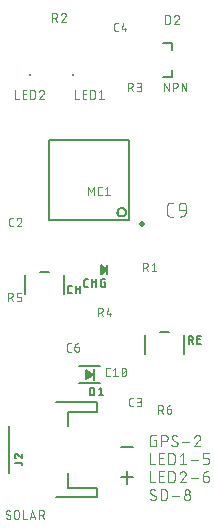
<source format=gbr>
G04 EAGLE Gerber RS-274X export*
G75*
%MOMM*%
%FSLAX34Y34*%
%LPD*%
%INSilkscreen Top*%
%IPPOS*%
%AMOC8*
5,1,8,0,0,1.08239X$1,22.5*%
G01*
%ADD10C,0.076200*%
%ADD11C,0.152400*%
%ADD12R,0.200000X0.200000*%
%ADD13C,0.508000*%
%ADD14C,0.203200*%
%ADD15R,0.200000X1.000000*%
%ADD16R,0.190500X0.889000*%
%ADD17C,0.101600*%

G36*
X-142183Y-118866D02*
X-142183Y-118866D01*
X-142165Y-118868D01*
X-142063Y-118840D01*
X-141960Y-118818D01*
X-141945Y-118809D01*
X-141928Y-118804D01*
X-141783Y-118719D01*
X-136703Y-114909D01*
X-136700Y-114906D01*
X-136697Y-114904D01*
X-136615Y-114817D01*
X-136533Y-114732D01*
X-136531Y-114728D01*
X-136528Y-114725D01*
X-136478Y-114616D01*
X-136428Y-114509D01*
X-136428Y-114505D01*
X-136426Y-114501D01*
X-136413Y-114383D01*
X-136400Y-114265D01*
X-136400Y-114261D01*
X-136400Y-114256D01*
X-136426Y-114140D01*
X-136451Y-114024D01*
X-136453Y-114020D01*
X-136454Y-114016D01*
X-136515Y-113914D01*
X-136576Y-113812D01*
X-136579Y-113809D01*
X-136581Y-113806D01*
X-136703Y-113691D01*
X-141783Y-109881D01*
X-141799Y-109873D01*
X-141812Y-109861D01*
X-141827Y-109853D01*
X-141835Y-109847D01*
X-141885Y-109827D01*
X-141908Y-109816D01*
X-142001Y-109767D01*
X-142019Y-109764D01*
X-142035Y-109757D01*
X-142140Y-109745D01*
X-142244Y-109729D01*
X-142262Y-109732D01*
X-142279Y-109730D01*
X-142382Y-109752D01*
X-142487Y-109770D01*
X-142502Y-109778D01*
X-142520Y-109782D01*
X-142610Y-109836D01*
X-142704Y-109886D01*
X-142716Y-109899D01*
X-142731Y-109908D01*
X-142800Y-109988D01*
X-142872Y-110065D01*
X-142879Y-110082D01*
X-142891Y-110095D01*
X-142930Y-110193D01*
X-142974Y-110289D01*
X-142976Y-110307D01*
X-142983Y-110323D01*
X-143001Y-110490D01*
X-143001Y-118110D01*
X-142998Y-118128D01*
X-143000Y-118145D01*
X-142979Y-118249D01*
X-142962Y-118353D01*
X-142953Y-118368D01*
X-142950Y-118386D01*
X-142896Y-118477D01*
X-142846Y-118570D01*
X-142834Y-118582D01*
X-142825Y-118598D01*
X-142745Y-118667D01*
X-142668Y-118740D01*
X-142652Y-118747D01*
X-142638Y-118759D01*
X-142541Y-118799D01*
X-142445Y-118843D01*
X-142427Y-118845D01*
X-142411Y-118852D01*
X-142305Y-118859D01*
X-142201Y-118870D01*
X-142183Y-118866D01*
G37*
G36*
X-154355Y-206207D02*
X-154355Y-206207D01*
X-154284Y-206209D01*
X-154214Y-206190D01*
X-154143Y-206182D01*
X-154088Y-206157D01*
X-154009Y-206137D01*
X-153906Y-206076D01*
X-153837Y-206045D01*
X-150837Y-204045D01*
X-150750Y-203968D01*
X-150660Y-203895D01*
X-150645Y-203873D01*
X-150625Y-203855D01*
X-150563Y-203758D01*
X-150496Y-203663D01*
X-150488Y-203637D01*
X-150473Y-203615D01*
X-150441Y-203504D01*
X-150403Y-203394D01*
X-150402Y-203367D01*
X-150395Y-203342D01*
X-150395Y-203226D01*
X-150389Y-203110D01*
X-150395Y-203084D01*
X-150395Y-203057D01*
X-150427Y-202946D01*
X-150453Y-202833D01*
X-150466Y-202810D01*
X-150474Y-202784D01*
X-150536Y-202686D01*
X-150592Y-202585D01*
X-150610Y-202569D01*
X-150625Y-202544D01*
X-150833Y-202359D01*
X-150837Y-202355D01*
X-153837Y-200355D01*
X-153901Y-200324D01*
X-153961Y-200285D01*
X-154029Y-200263D01*
X-154093Y-200232D01*
X-154164Y-200220D01*
X-154232Y-200199D01*
X-154303Y-200197D01*
X-154374Y-200185D01*
X-154445Y-200193D01*
X-154516Y-200191D01*
X-154585Y-200209D01*
X-154656Y-200218D01*
X-154722Y-200245D01*
X-154791Y-200263D01*
X-154852Y-200300D01*
X-154918Y-200327D01*
X-154974Y-200372D01*
X-155036Y-200409D01*
X-155085Y-200460D01*
X-155140Y-200505D01*
X-155181Y-200564D01*
X-155230Y-200616D01*
X-155263Y-200679D01*
X-155304Y-200737D01*
X-155327Y-200805D01*
X-155360Y-200869D01*
X-155370Y-200928D01*
X-155397Y-201006D01*
X-155403Y-201125D01*
X-155415Y-201200D01*
X-155415Y-205200D01*
X-155405Y-205271D01*
X-155405Y-205343D01*
X-155385Y-205411D01*
X-155375Y-205482D01*
X-155346Y-205547D01*
X-155326Y-205616D01*
X-155288Y-205676D01*
X-155259Y-205741D01*
X-155213Y-205796D01*
X-155175Y-205856D01*
X-155122Y-205904D01*
X-155076Y-205958D01*
X-155016Y-205998D01*
X-154962Y-206045D01*
X-154898Y-206076D01*
X-154839Y-206116D01*
X-154771Y-206137D01*
X-154706Y-206168D01*
X-154636Y-206180D01*
X-154568Y-206201D01*
X-154496Y-206203D01*
X-154426Y-206215D01*
X-154355Y-206207D01*
G37*
D10*
X-88232Y93853D02*
X-88232Y101219D01*
X-86186Y101219D01*
X-86097Y101217D01*
X-86008Y101211D01*
X-85919Y101201D01*
X-85831Y101188D01*
X-85743Y101171D01*
X-85656Y101149D01*
X-85571Y101124D01*
X-85486Y101096D01*
X-85403Y101063D01*
X-85321Y101027D01*
X-85241Y100988D01*
X-85163Y100945D01*
X-85087Y100899D01*
X-85012Y100849D01*
X-84940Y100796D01*
X-84871Y100740D01*
X-84804Y100681D01*
X-84739Y100620D01*
X-84678Y100555D01*
X-84619Y100488D01*
X-84563Y100419D01*
X-84510Y100347D01*
X-84460Y100272D01*
X-84414Y100196D01*
X-84371Y100118D01*
X-84332Y100038D01*
X-84296Y99956D01*
X-84263Y99873D01*
X-84235Y99788D01*
X-84210Y99703D01*
X-84188Y99616D01*
X-84171Y99528D01*
X-84158Y99440D01*
X-84148Y99351D01*
X-84142Y99262D01*
X-84140Y99173D01*
X-84140Y95899D01*
X-84142Y95810D01*
X-84148Y95721D01*
X-84158Y95632D01*
X-84171Y95544D01*
X-84188Y95456D01*
X-84210Y95369D01*
X-84235Y95284D01*
X-84263Y95199D01*
X-84296Y95116D01*
X-84332Y95034D01*
X-84371Y94954D01*
X-84414Y94876D01*
X-84460Y94800D01*
X-84510Y94725D01*
X-84563Y94653D01*
X-84619Y94584D01*
X-84678Y94517D01*
X-84739Y94452D01*
X-84804Y94391D01*
X-84871Y94332D01*
X-84940Y94276D01*
X-85012Y94223D01*
X-85087Y94173D01*
X-85163Y94127D01*
X-85241Y94084D01*
X-85321Y94045D01*
X-85403Y94009D01*
X-85486Y93976D01*
X-85571Y93948D01*
X-85656Y93923D01*
X-85743Y93901D01*
X-85831Y93884D01*
X-85919Y93871D01*
X-86008Y93861D01*
X-86097Y93855D01*
X-86186Y93853D01*
X-88232Y93853D01*
X-78423Y101220D02*
X-78338Y101218D01*
X-78253Y101212D01*
X-78169Y101202D01*
X-78085Y101189D01*
X-78001Y101171D01*
X-77919Y101150D01*
X-77838Y101125D01*
X-77758Y101096D01*
X-77679Y101063D01*
X-77602Y101027D01*
X-77527Y100987D01*
X-77453Y100944D01*
X-77382Y100898D01*
X-77313Y100848D01*
X-77246Y100795D01*
X-77182Y100739D01*
X-77121Y100680D01*
X-77062Y100619D01*
X-77006Y100555D01*
X-76953Y100488D01*
X-76903Y100419D01*
X-76857Y100348D01*
X-76814Y100274D01*
X-76774Y100199D01*
X-76738Y100122D01*
X-76705Y100043D01*
X-76676Y99963D01*
X-76651Y99882D01*
X-76630Y99800D01*
X-76612Y99716D01*
X-76599Y99632D01*
X-76589Y99548D01*
X-76583Y99463D01*
X-76581Y99378D01*
X-78423Y101219D02*
X-78519Y101217D01*
X-78615Y101211D01*
X-78710Y101201D01*
X-78805Y101188D01*
X-78900Y101170D01*
X-78993Y101149D01*
X-79086Y101124D01*
X-79177Y101095D01*
X-79268Y101063D01*
X-79357Y101027D01*
X-79444Y100987D01*
X-79530Y100944D01*
X-79614Y100898D01*
X-79696Y100848D01*
X-79776Y100794D01*
X-79853Y100738D01*
X-79928Y100678D01*
X-80001Y100616D01*
X-80071Y100550D01*
X-80139Y100482D01*
X-80204Y100411D01*
X-80265Y100338D01*
X-80324Y100262D01*
X-80380Y100183D01*
X-80432Y100103D01*
X-80481Y100020D01*
X-80527Y99936D01*
X-80569Y99850D01*
X-80607Y99762D01*
X-80642Y99673D01*
X-80674Y99582D01*
X-77195Y97946D02*
X-77135Y98005D01*
X-77078Y98067D01*
X-77023Y98131D01*
X-76972Y98198D01*
X-76923Y98267D01*
X-76877Y98337D01*
X-76834Y98410D01*
X-76794Y98484D01*
X-76758Y98560D01*
X-76725Y98638D01*
X-76695Y98717D01*
X-76668Y98797D01*
X-76645Y98878D01*
X-76626Y98960D01*
X-76610Y99042D01*
X-76597Y99126D01*
X-76588Y99210D01*
X-76583Y99294D01*
X-76581Y99378D01*
X-77195Y97945D02*
X-80673Y93853D01*
X-76581Y93853D01*
X-219217Y-323610D02*
X-219219Y-323688D01*
X-219224Y-323766D01*
X-219234Y-323843D01*
X-219247Y-323920D01*
X-219263Y-323996D01*
X-219283Y-324071D01*
X-219307Y-324145D01*
X-219334Y-324218D01*
X-219365Y-324290D01*
X-219399Y-324360D01*
X-219436Y-324429D01*
X-219477Y-324495D01*
X-219521Y-324560D01*
X-219567Y-324622D01*
X-219617Y-324682D01*
X-219669Y-324740D01*
X-219724Y-324795D01*
X-219782Y-324847D01*
X-219842Y-324897D01*
X-219904Y-324943D01*
X-219969Y-324987D01*
X-220036Y-325028D01*
X-220104Y-325065D01*
X-220174Y-325099D01*
X-220246Y-325130D01*
X-220319Y-325157D01*
X-220393Y-325181D01*
X-220468Y-325201D01*
X-220544Y-325217D01*
X-220621Y-325230D01*
X-220698Y-325240D01*
X-220776Y-325245D01*
X-220854Y-325247D01*
X-220968Y-325245D01*
X-221081Y-325240D01*
X-221195Y-325230D01*
X-221308Y-325217D01*
X-221420Y-325200D01*
X-221532Y-325180D01*
X-221643Y-325156D01*
X-221754Y-325128D01*
X-221863Y-325097D01*
X-221971Y-325062D01*
X-222078Y-325023D01*
X-222184Y-324981D01*
X-222288Y-324936D01*
X-222391Y-324887D01*
X-222492Y-324834D01*
X-222591Y-324779D01*
X-222689Y-324720D01*
X-222784Y-324658D01*
X-222877Y-324593D01*
X-222969Y-324525D01*
X-223057Y-324454D01*
X-223144Y-324380D01*
X-223228Y-324303D01*
X-223309Y-324224D01*
X-223105Y-319518D02*
X-223103Y-319438D01*
X-223097Y-319358D01*
X-223087Y-319278D01*
X-223074Y-319199D01*
X-223056Y-319120D01*
X-223035Y-319043D01*
X-223009Y-318967D01*
X-222980Y-318892D01*
X-222948Y-318818D01*
X-222912Y-318746D01*
X-222872Y-318676D01*
X-222829Y-318609D01*
X-222783Y-318543D01*
X-222733Y-318480D01*
X-222681Y-318419D01*
X-222626Y-318360D01*
X-222567Y-318305D01*
X-222507Y-318253D01*
X-222443Y-318203D01*
X-222377Y-318157D01*
X-222310Y-318114D01*
X-222240Y-318074D01*
X-222168Y-318038D01*
X-222094Y-318006D01*
X-222020Y-317977D01*
X-221943Y-317951D01*
X-221866Y-317930D01*
X-221787Y-317912D01*
X-221708Y-317899D01*
X-221628Y-317889D01*
X-221548Y-317883D01*
X-221468Y-317881D01*
X-221358Y-317883D01*
X-221249Y-317889D01*
X-221140Y-317899D01*
X-221031Y-317912D01*
X-220922Y-317930D01*
X-220815Y-317951D01*
X-220708Y-317977D01*
X-220602Y-318006D01*
X-220497Y-318038D01*
X-220394Y-318075D01*
X-220292Y-318115D01*
X-220191Y-318159D01*
X-220092Y-318207D01*
X-219995Y-318257D01*
X-219900Y-318312D01*
X-219807Y-318370D01*
X-219715Y-318431D01*
X-219627Y-318495D01*
X-222287Y-320950D02*
X-222353Y-320908D01*
X-222418Y-320864D01*
X-222480Y-320816D01*
X-222540Y-320766D01*
X-222598Y-320713D01*
X-222653Y-320657D01*
X-222706Y-320599D01*
X-222755Y-320538D01*
X-222802Y-320475D01*
X-222846Y-320410D01*
X-222886Y-320343D01*
X-222923Y-320274D01*
X-222957Y-320203D01*
X-222988Y-320131D01*
X-223015Y-320057D01*
X-223039Y-319982D01*
X-223059Y-319907D01*
X-223075Y-319830D01*
X-223088Y-319753D01*
X-223098Y-319675D01*
X-223103Y-319596D01*
X-223105Y-319518D01*
X-220036Y-322178D02*
X-219970Y-322220D01*
X-219905Y-322264D01*
X-219843Y-322312D01*
X-219783Y-322362D01*
X-219725Y-322415D01*
X-219670Y-322471D01*
X-219617Y-322529D01*
X-219568Y-322590D01*
X-219521Y-322653D01*
X-219477Y-322718D01*
X-219437Y-322785D01*
X-219400Y-322854D01*
X-219366Y-322925D01*
X-219335Y-322997D01*
X-219308Y-323071D01*
X-219284Y-323146D01*
X-219264Y-323221D01*
X-219248Y-323298D01*
X-219235Y-323375D01*
X-219225Y-323453D01*
X-219220Y-323532D01*
X-219218Y-323610D01*
X-220036Y-322178D02*
X-222287Y-320950D01*
X-216238Y-319927D02*
X-216238Y-323201D01*
X-216238Y-319927D02*
X-216236Y-319838D01*
X-216230Y-319749D01*
X-216220Y-319660D01*
X-216207Y-319572D01*
X-216190Y-319484D01*
X-216168Y-319397D01*
X-216143Y-319312D01*
X-216115Y-319227D01*
X-216082Y-319144D01*
X-216046Y-319062D01*
X-216007Y-318982D01*
X-215964Y-318904D01*
X-215918Y-318828D01*
X-215868Y-318753D01*
X-215815Y-318681D01*
X-215759Y-318612D01*
X-215700Y-318545D01*
X-215639Y-318480D01*
X-215574Y-318419D01*
X-215507Y-318360D01*
X-215438Y-318304D01*
X-215366Y-318251D01*
X-215291Y-318201D01*
X-215215Y-318155D01*
X-215137Y-318112D01*
X-215057Y-318073D01*
X-214975Y-318037D01*
X-214892Y-318004D01*
X-214807Y-317976D01*
X-214722Y-317951D01*
X-214635Y-317929D01*
X-214547Y-317912D01*
X-214459Y-317899D01*
X-214370Y-317889D01*
X-214281Y-317883D01*
X-214192Y-317881D01*
X-214103Y-317883D01*
X-214014Y-317889D01*
X-213925Y-317899D01*
X-213837Y-317912D01*
X-213749Y-317929D01*
X-213662Y-317951D01*
X-213577Y-317976D01*
X-213492Y-318004D01*
X-213409Y-318037D01*
X-213327Y-318073D01*
X-213247Y-318112D01*
X-213169Y-318155D01*
X-213093Y-318201D01*
X-213018Y-318251D01*
X-212946Y-318304D01*
X-212877Y-318360D01*
X-212810Y-318419D01*
X-212745Y-318480D01*
X-212684Y-318545D01*
X-212625Y-318612D01*
X-212569Y-318681D01*
X-212516Y-318753D01*
X-212466Y-318828D01*
X-212420Y-318904D01*
X-212377Y-318982D01*
X-212338Y-319062D01*
X-212302Y-319144D01*
X-212269Y-319227D01*
X-212241Y-319312D01*
X-212216Y-319397D01*
X-212194Y-319484D01*
X-212177Y-319572D01*
X-212164Y-319660D01*
X-212154Y-319749D01*
X-212148Y-319838D01*
X-212146Y-319927D01*
X-212146Y-323201D01*
X-212148Y-323290D01*
X-212154Y-323379D01*
X-212164Y-323468D01*
X-212177Y-323556D01*
X-212194Y-323644D01*
X-212216Y-323731D01*
X-212241Y-323816D01*
X-212269Y-323901D01*
X-212302Y-323984D01*
X-212338Y-324066D01*
X-212377Y-324146D01*
X-212420Y-324224D01*
X-212466Y-324300D01*
X-212516Y-324375D01*
X-212569Y-324447D01*
X-212625Y-324516D01*
X-212684Y-324583D01*
X-212745Y-324648D01*
X-212810Y-324709D01*
X-212877Y-324768D01*
X-212946Y-324824D01*
X-213018Y-324877D01*
X-213093Y-324927D01*
X-213169Y-324973D01*
X-213247Y-325016D01*
X-213327Y-325055D01*
X-213409Y-325091D01*
X-213492Y-325124D01*
X-213577Y-325152D01*
X-213662Y-325177D01*
X-213749Y-325199D01*
X-213837Y-325216D01*
X-213925Y-325229D01*
X-214014Y-325239D01*
X-214103Y-325245D01*
X-214192Y-325247D01*
X-214281Y-325245D01*
X-214370Y-325239D01*
X-214459Y-325229D01*
X-214547Y-325216D01*
X-214635Y-325199D01*
X-214722Y-325177D01*
X-214807Y-325152D01*
X-214892Y-325124D01*
X-214975Y-325091D01*
X-215057Y-325055D01*
X-215137Y-325016D01*
X-215215Y-324973D01*
X-215291Y-324927D01*
X-215366Y-324877D01*
X-215438Y-324824D01*
X-215507Y-324768D01*
X-215574Y-324709D01*
X-215639Y-324648D01*
X-215700Y-324583D01*
X-215759Y-324516D01*
X-215815Y-324447D01*
X-215868Y-324375D01*
X-215918Y-324300D01*
X-215964Y-324224D01*
X-216007Y-324146D01*
X-216046Y-324066D01*
X-216082Y-323984D01*
X-216115Y-323901D01*
X-216143Y-323816D01*
X-216168Y-323731D01*
X-216190Y-323644D01*
X-216207Y-323556D01*
X-216220Y-323468D01*
X-216230Y-323379D01*
X-216236Y-323290D01*
X-216238Y-323201D01*
X-208664Y-325247D02*
X-208664Y-317881D01*
X-208664Y-325247D02*
X-205390Y-325247D01*
X-202993Y-325247D02*
X-200537Y-317881D01*
X-198082Y-325247D01*
X-198696Y-323406D02*
X-202379Y-323406D01*
X-194973Y-325247D02*
X-194973Y-317881D01*
X-192927Y-317881D01*
X-192838Y-317883D01*
X-192749Y-317889D01*
X-192660Y-317899D01*
X-192572Y-317912D01*
X-192484Y-317929D01*
X-192397Y-317951D01*
X-192312Y-317976D01*
X-192227Y-318004D01*
X-192144Y-318037D01*
X-192062Y-318073D01*
X-191982Y-318112D01*
X-191904Y-318155D01*
X-191828Y-318201D01*
X-191753Y-318251D01*
X-191681Y-318304D01*
X-191612Y-318360D01*
X-191545Y-318419D01*
X-191480Y-318480D01*
X-191419Y-318545D01*
X-191360Y-318612D01*
X-191304Y-318681D01*
X-191251Y-318753D01*
X-191201Y-318828D01*
X-191155Y-318904D01*
X-191112Y-318982D01*
X-191073Y-319062D01*
X-191037Y-319144D01*
X-191004Y-319227D01*
X-190976Y-319312D01*
X-190951Y-319397D01*
X-190929Y-319484D01*
X-190912Y-319572D01*
X-190899Y-319660D01*
X-190889Y-319749D01*
X-190883Y-319838D01*
X-190881Y-319927D01*
X-190883Y-320016D01*
X-190889Y-320105D01*
X-190899Y-320194D01*
X-190912Y-320282D01*
X-190929Y-320370D01*
X-190951Y-320457D01*
X-190976Y-320542D01*
X-191004Y-320627D01*
X-191037Y-320710D01*
X-191073Y-320792D01*
X-191112Y-320872D01*
X-191155Y-320950D01*
X-191201Y-321026D01*
X-191251Y-321101D01*
X-191304Y-321173D01*
X-191360Y-321242D01*
X-191419Y-321309D01*
X-191480Y-321374D01*
X-191545Y-321435D01*
X-191612Y-321494D01*
X-191681Y-321550D01*
X-191753Y-321603D01*
X-191828Y-321653D01*
X-191904Y-321699D01*
X-191982Y-321742D01*
X-192062Y-321781D01*
X-192144Y-321817D01*
X-192227Y-321850D01*
X-192312Y-321878D01*
X-192397Y-321903D01*
X-192484Y-321925D01*
X-192572Y-321942D01*
X-192660Y-321955D01*
X-192749Y-321965D01*
X-192838Y-321971D01*
X-192927Y-321973D01*
X-194973Y-321973D01*
X-192518Y-321973D02*
X-190881Y-325247D01*
D11*
X-125899Y-264696D02*
X-115062Y-264696D01*
D10*
X-97535Y-258558D02*
X-95969Y-258558D01*
X-95969Y-263779D01*
X-99102Y-263779D01*
X-99191Y-263777D01*
X-99279Y-263771D01*
X-99367Y-263762D01*
X-99455Y-263749D01*
X-99542Y-263732D01*
X-99628Y-263712D01*
X-99713Y-263687D01*
X-99798Y-263660D01*
X-99881Y-263628D01*
X-99962Y-263594D01*
X-100042Y-263555D01*
X-100120Y-263514D01*
X-100197Y-263469D01*
X-100271Y-263421D01*
X-100344Y-263370D01*
X-100414Y-263316D01*
X-100481Y-263258D01*
X-100547Y-263198D01*
X-100609Y-263136D01*
X-100669Y-263070D01*
X-100727Y-263003D01*
X-100781Y-262933D01*
X-100832Y-262860D01*
X-100880Y-262786D01*
X-100925Y-262709D01*
X-100966Y-262631D01*
X-101005Y-262551D01*
X-101039Y-262470D01*
X-101071Y-262387D01*
X-101098Y-262302D01*
X-101123Y-262217D01*
X-101143Y-262131D01*
X-101160Y-262044D01*
X-101173Y-261956D01*
X-101182Y-261868D01*
X-101188Y-261780D01*
X-101190Y-261691D01*
X-101190Y-256469D01*
X-101191Y-256469D02*
X-101189Y-256378D01*
X-101183Y-256287D01*
X-101173Y-256196D01*
X-101159Y-256106D01*
X-101141Y-256017D01*
X-101120Y-255928D01*
X-101094Y-255841D01*
X-101065Y-255755D01*
X-101032Y-255670D01*
X-100995Y-255586D01*
X-100955Y-255504D01*
X-100911Y-255425D01*
X-100864Y-255347D01*
X-100813Y-255271D01*
X-100759Y-255197D01*
X-100702Y-255126D01*
X-100642Y-255058D01*
X-100579Y-254992D01*
X-100513Y-254929D01*
X-100445Y-254869D01*
X-100374Y-254812D01*
X-100300Y-254758D01*
X-100224Y-254707D01*
X-100147Y-254660D01*
X-100067Y-254616D01*
X-99985Y-254576D01*
X-99901Y-254539D01*
X-99817Y-254506D01*
X-99730Y-254477D01*
X-99643Y-254451D01*
X-99554Y-254430D01*
X-99465Y-254412D01*
X-99375Y-254398D01*
X-99284Y-254388D01*
X-99193Y-254382D01*
X-99102Y-254380D01*
X-99102Y-254381D02*
X-95969Y-254381D01*
X-91305Y-254381D02*
X-91305Y-263779D01*
X-91305Y-254381D02*
X-88695Y-254381D01*
X-88594Y-254383D01*
X-88493Y-254389D01*
X-88392Y-254399D01*
X-88292Y-254412D01*
X-88192Y-254430D01*
X-88093Y-254451D01*
X-87995Y-254477D01*
X-87898Y-254506D01*
X-87802Y-254538D01*
X-87708Y-254575D01*
X-87615Y-254615D01*
X-87523Y-254659D01*
X-87434Y-254706D01*
X-87346Y-254757D01*
X-87260Y-254811D01*
X-87177Y-254868D01*
X-87095Y-254928D01*
X-87017Y-254992D01*
X-86940Y-255058D01*
X-86867Y-255128D01*
X-86796Y-255200D01*
X-86728Y-255275D01*
X-86663Y-255353D01*
X-86601Y-255433D01*
X-86542Y-255515D01*
X-86486Y-255600D01*
X-86434Y-255687D01*
X-86385Y-255775D01*
X-86339Y-255866D01*
X-86298Y-255958D01*
X-86259Y-256052D01*
X-86225Y-256147D01*
X-86194Y-256243D01*
X-86167Y-256341D01*
X-86143Y-256439D01*
X-86124Y-256539D01*
X-86108Y-256639D01*
X-86096Y-256739D01*
X-86088Y-256840D01*
X-86084Y-256941D01*
X-86084Y-257043D01*
X-86088Y-257144D01*
X-86096Y-257245D01*
X-86108Y-257345D01*
X-86124Y-257445D01*
X-86143Y-257545D01*
X-86167Y-257643D01*
X-86194Y-257741D01*
X-86225Y-257837D01*
X-86259Y-257932D01*
X-86298Y-258026D01*
X-86339Y-258118D01*
X-86385Y-258209D01*
X-86434Y-258298D01*
X-86486Y-258384D01*
X-86542Y-258469D01*
X-86601Y-258551D01*
X-86663Y-258631D01*
X-86728Y-258709D01*
X-86796Y-258784D01*
X-86867Y-258856D01*
X-86940Y-258926D01*
X-87017Y-258992D01*
X-87095Y-259056D01*
X-87177Y-259116D01*
X-87260Y-259173D01*
X-87346Y-259227D01*
X-87434Y-259278D01*
X-87523Y-259325D01*
X-87615Y-259369D01*
X-87708Y-259409D01*
X-87802Y-259446D01*
X-87898Y-259478D01*
X-87995Y-259507D01*
X-88093Y-259533D01*
X-88192Y-259554D01*
X-88292Y-259572D01*
X-88392Y-259585D01*
X-88493Y-259595D01*
X-88594Y-259601D01*
X-88695Y-259603D01*
X-88695Y-259602D02*
X-91305Y-259602D01*
X-79769Y-263779D02*
X-79680Y-263777D01*
X-79592Y-263771D01*
X-79504Y-263762D01*
X-79416Y-263749D01*
X-79329Y-263732D01*
X-79243Y-263712D01*
X-79158Y-263687D01*
X-79073Y-263660D01*
X-78990Y-263628D01*
X-78909Y-263594D01*
X-78829Y-263555D01*
X-78751Y-263514D01*
X-78674Y-263469D01*
X-78600Y-263421D01*
X-78527Y-263370D01*
X-78457Y-263316D01*
X-78390Y-263258D01*
X-78324Y-263198D01*
X-78262Y-263136D01*
X-78202Y-263070D01*
X-78144Y-263003D01*
X-78090Y-262933D01*
X-78039Y-262860D01*
X-77991Y-262786D01*
X-77946Y-262709D01*
X-77905Y-262631D01*
X-77866Y-262551D01*
X-77832Y-262470D01*
X-77800Y-262387D01*
X-77773Y-262302D01*
X-77748Y-262217D01*
X-77728Y-262131D01*
X-77711Y-262044D01*
X-77698Y-261956D01*
X-77689Y-261868D01*
X-77683Y-261780D01*
X-77681Y-261691D01*
X-79769Y-263779D02*
X-79898Y-263777D01*
X-80027Y-263771D01*
X-80156Y-263762D01*
X-80284Y-263749D01*
X-80412Y-263732D01*
X-80539Y-263711D01*
X-80666Y-263687D01*
X-80792Y-263659D01*
X-80917Y-263627D01*
X-81041Y-263592D01*
X-81164Y-263553D01*
X-81286Y-263510D01*
X-81406Y-263464D01*
X-81525Y-263414D01*
X-81643Y-263361D01*
X-81759Y-263305D01*
X-81873Y-263245D01*
X-81986Y-263182D01*
X-82096Y-263115D01*
X-82205Y-263046D01*
X-82311Y-262973D01*
X-82416Y-262897D01*
X-82518Y-262818D01*
X-82618Y-262736D01*
X-82715Y-262652D01*
X-82810Y-262564D01*
X-82902Y-262474D01*
X-82642Y-256469D02*
X-82640Y-256378D01*
X-82634Y-256287D01*
X-82624Y-256196D01*
X-82610Y-256106D01*
X-82592Y-256017D01*
X-82571Y-255928D01*
X-82545Y-255841D01*
X-82516Y-255755D01*
X-82483Y-255670D01*
X-82446Y-255586D01*
X-82406Y-255504D01*
X-82362Y-255425D01*
X-82315Y-255347D01*
X-82264Y-255271D01*
X-82210Y-255197D01*
X-82153Y-255126D01*
X-82093Y-255058D01*
X-82030Y-254992D01*
X-81964Y-254929D01*
X-81896Y-254869D01*
X-81825Y-254812D01*
X-81751Y-254758D01*
X-81675Y-254707D01*
X-81598Y-254660D01*
X-81518Y-254616D01*
X-81436Y-254576D01*
X-81352Y-254539D01*
X-81268Y-254506D01*
X-81181Y-254477D01*
X-81094Y-254451D01*
X-81005Y-254430D01*
X-80916Y-254412D01*
X-80826Y-254398D01*
X-80735Y-254388D01*
X-80644Y-254382D01*
X-80553Y-254380D01*
X-80553Y-254381D02*
X-80433Y-254383D01*
X-80313Y-254388D01*
X-80194Y-254398D01*
X-80074Y-254410D01*
X-79955Y-254427D01*
X-79837Y-254447D01*
X-79719Y-254471D01*
X-79603Y-254498D01*
X-79487Y-254529D01*
X-79372Y-254563D01*
X-79258Y-254601D01*
X-79145Y-254643D01*
X-79034Y-254688D01*
X-78924Y-254736D01*
X-78816Y-254787D01*
X-78709Y-254842D01*
X-78604Y-254900D01*
X-78501Y-254962D01*
X-78400Y-255026D01*
X-78300Y-255094D01*
X-78203Y-255164D01*
X-81597Y-258296D02*
X-81675Y-258248D01*
X-81751Y-258196D01*
X-81824Y-258142D01*
X-81895Y-258084D01*
X-81964Y-258023D01*
X-82030Y-257959D01*
X-82093Y-257892D01*
X-82153Y-257823D01*
X-82210Y-257751D01*
X-82264Y-257677D01*
X-82314Y-257600D01*
X-82362Y-257521D01*
X-82405Y-257441D01*
X-82446Y-257358D01*
X-82482Y-257274D01*
X-82515Y-257189D01*
X-82544Y-257102D01*
X-82570Y-257013D01*
X-82592Y-256924D01*
X-82609Y-256834D01*
X-82623Y-256744D01*
X-82633Y-256652D01*
X-82639Y-256561D01*
X-82641Y-256469D01*
X-78725Y-259864D02*
X-78647Y-259912D01*
X-78571Y-259964D01*
X-78498Y-260018D01*
X-78427Y-260076D01*
X-78358Y-260137D01*
X-78292Y-260201D01*
X-78229Y-260268D01*
X-78169Y-260337D01*
X-78112Y-260409D01*
X-78058Y-260483D01*
X-78008Y-260560D01*
X-77960Y-260639D01*
X-77917Y-260719D01*
X-77876Y-260802D01*
X-77840Y-260886D01*
X-77807Y-260971D01*
X-77778Y-261058D01*
X-77752Y-261147D01*
X-77730Y-261236D01*
X-77713Y-261326D01*
X-77699Y-261416D01*
X-77689Y-261508D01*
X-77683Y-261599D01*
X-77681Y-261691D01*
X-78725Y-259863D02*
X-81597Y-258297D01*
X-73975Y-260124D02*
X-67710Y-260124D01*
X-60828Y-254381D02*
X-60733Y-254383D01*
X-60639Y-254389D01*
X-60545Y-254398D01*
X-60451Y-254411D01*
X-60358Y-254428D01*
X-60266Y-254449D01*
X-60174Y-254474D01*
X-60084Y-254502D01*
X-59995Y-254534D01*
X-59907Y-254569D01*
X-59821Y-254608D01*
X-59736Y-254650D01*
X-59653Y-254696D01*
X-59572Y-254745D01*
X-59493Y-254797D01*
X-59416Y-254852D01*
X-59342Y-254911D01*
X-59270Y-254972D01*
X-59200Y-255036D01*
X-59133Y-255103D01*
X-59069Y-255173D01*
X-59008Y-255245D01*
X-58949Y-255319D01*
X-58894Y-255396D01*
X-58842Y-255475D01*
X-58793Y-255556D01*
X-58747Y-255639D01*
X-58705Y-255724D01*
X-58666Y-255810D01*
X-58631Y-255898D01*
X-58599Y-255987D01*
X-58571Y-256077D01*
X-58546Y-256169D01*
X-58525Y-256261D01*
X-58508Y-256354D01*
X-58495Y-256448D01*
X-58486Y-256542D01*
X-58480Y-256636D01*
X-58478Y-256731D01*
X-60828Y-254381D02*
X-60936Y-254383D01*
X-61045Y-254389D01*
X-61153Y-254399D01*
X-61260Y-254412D01*
X-61367Y-254430D01*
X-61474Y-254451D01*
X-61579Y-254476D01*
X-61684Y-254505D01*
X-61787Y-254537D01*
X-61889Y-254574D01*
X-61990Y-254614D01*
X-62089Y-254657D01*
X-62187Y-254704D01*
X-62283Y-254755D01*
X-62377Y-254809D01*
X-62469Y-254866D01*
X-62559Y-254927D01*
X-62647Y-254991D01*
X-62732Y-255057D01*
X-62815Y-255127D01*
X-62895Y-255200D01*
X-62973Y-255276D01*
X-63048Y-255354D01*
X-63120Y-255435D01*
X-63189Y-255519D01*
X-63255Y-255605D01*
X-63318Y-255693D01*
X-63377Y-255784D01*
X-63434Y-255877D01*
X-63487Y-255971D01*
X-63536Y-256068D01*
X-63583Y-256166D01*
X-63625Y-256265D01*
X-63664Y-256367D01*
X-63699Y-256469D01*
X-59261Y-258559D02*
X-59192Y-258490D01*
X-59126Y-258419D01*
X-59062Y-258346D01*
X-59001Y-258270D01*
X-58943Y-258191D01*
X-58889Y-258111D01*
X-58837Y-258028D01*
X-58789Y-257944D01*
X-58743Y-257858D01*
X-58702Y-257770D01*
X-58663Y-257680D01*
X-58628Y-257589D01*
X-58597Y-257497D01*
X-58569Y-257404D01*
X-58545Y-257310D01*
X-58525Y-257215D01*
X-58508Y-257119D01*
X-58495Y-257022D01*
X-58486Y-256925D01*
X-58480Y-256828D01*
X-58478Y-256731D01*
X-59262Y-258558D02*
X-63700Y-263779D01*
X-58479Y-263779D01*
X-101190Y-269621D02*
X-101190Y-279019D01*
X-97013Y-279019D01*
X-93265Y-279019D02*
X-89088Y-279019D01*
X-93265Y-279019D02*
X-93265Y-269621D01*
X-89088Y-269621D01*
X-90133Y-273798D02*
X-93265Y-273798D01*
X-85358Y-269621D02*
X-85358Y-279019D01*
X-85358Y-269621D02*
X-82748Y-269621D01*
X-82648Y-269623D01*
X-82548Y-269629D01*
X-82449Y-269638D01*
X-82349Y-269652D01*
X-82251Y-269669D01*
X-82153Y-269690D01*
X-82056Y-269714D01*
X-81960Y-269743D01*
X-81865Y-269775D01*
X-81772Y-269810D01*
X-81680Y-269849D01*
X-81589Y-269892D01*
X-81501Y-269938D01*
X-81414Y-269988D01*
X-81329Y-270040D01*
X-81246Y-270096D01*
X-81165Y-270155D01*
X-81087Y-270218D01*
X-81011Y-270283D01*
X-80937Y-270351D01*
X-80867Y-270421D01*
X-80799Y-270495D01*
X-80734Y-270571D01*
X-80671Y-270649D01*
X-80612Y-270730D01*
X-80556Y-270813D01*
X-80504Y-270898D01*
X-80454Y-270985D01*
X-80408Y-271073D01*
X-80365Y-271164D01*
X-80326Y-271256D01*
X-80291Y-271349D01*
X-80259Y-271444D01*
X-80230Y-271540D01*
X-80206Y-271637D01*
X-80185Y-271735D01*
X-80168Y-271833D01*
X-80154Y-271933D01*
X-80145Y-272032D01*
X-80139Y-272132D01*
X-80137Y-272232D01*
X-80137Y-276408D01*
X-80136Y-276408D02*
X-80138Y-276508D01*
X-80144Y-276608D01*
X-80153Y-276707D01*
X-80167Y-276807D01*
X-80184Y-276905D01*
X-80205Y-277003D01*
X-80229Y-277100D01*
X-80258Y-277196D01*
X-80290Y-277291D01*
X-80325Y-277384D01*
X-80364Y-277476D01*
X-80407Y-277567D01*
X-80453Y-277655D01*
X-80503Y-277742D01*
X-80555Y-277827D01*
X-80611Y-277910D01*
X-80670Y-277991D01*
X-80733Y-278069D01*
X-80798Y-278145D01*
X-80866Y-278219D01*
X-80936Y-278289D01*
X-81010Y-278357D01*
X-81086Y-278422D01*
X-81164Y-278485D01*
X-81245Y-278544D01*
X-81328Y-278600D01*
X-81413Y-278652D01*
X-81500Y-278702D01*
X-81588Y-278748D01*
X-81679Y-278791D01*
X-81771Y-278830D01*
X-81864Y-278865D01*
X-81959Y-278897D01*
X-82055Y-278926D01*
X-82152Y-278950D01*
X-82250Y-278971D01*
X-82348Y-278988D01*
X-82448Y-279002D01*
X-82547Y-279011D01*
X-82647Y-279017D01*
X-82747Y-279019D01*
X-82748Y-279019D02*
X-85358Y-279019D01*
X-75909Y-271709D02*
X-73299Y-269621D01*
X-73299Y-279019D01*
X-75909Y-279019D02*
X-70688Y-279019D01*
X-66678Y-275364D02*
X-60412Y-275364D01*
X-56402Y-279019D02*
X-53269Y-279019D01*
X-53180Y-279017D01*
X-53092Y-279011D01*
X-53004Y-279002D01*
X-52916Y-278989D01*
X-52829Y-278972D01*
X-52743Y-278952D01*
X-52658Y-278927D01*
X-52573Y-278900D01*
X-52490Y-278868D01*
X-52409Y-278834D01*
X-52329Y-278795D01*
X-52251Y-278754D01*
X-52174Y-278709D01*
X-52100Y-278661D01*
X-52027Y-278610D01*
X-51957Y-278556D01*
X-51890Y-278498D01*
X-51824Y-278438D01*
X-51762Y-278376D01*
X-51702Y-278310D01*
X-51644Y-278243D01*
X-51590Y-278173D01*
X-51539Y-278100D01*
X-51491Y-278026D01*
X-51446Y-277949D01*
X-51405Y-277871D01*
X-51366Y-277791D01*
X-51332Y-277710D01*
X-51300Y-277627D01*
X-51273Y-277542D01*
X-51248Y-277457D01*
X-51228Y-277371D01*
X-51211Y-277284D01*
X-51198Y-277196D01*
X-51189Y-277108D01*
X-51183Y-277020D01*
X-51181Y-276931D01*
X-51181Y-275886D01*
X-51183Y-275797D01*
X-51189Y-275709D01*
X-51198Y-275621D01*
X-51211Y-275533D01*
X-51228Y-275446D01*
X-51248Y-275360D01*
X-51273Y-275275D01*
X-51300Y-275190D01*
X-51332Y-275107D01*
X-51366Y-275026D01*
X-51405Y-274946D01*
X-51446Y-274868D01*
X-51491Y-274791D01*
X-51539Y-274717D01*
X-51590Y-274644D01*
X-51644Y-274574D01*
X-51702Y-274507D01*
X-51762Y-274441D01*
X-51824Y-274379D01*
X-51890Y-274319D01*
X-51957Y-274261D01*
X-52027Y-274207D01*
X-52100Y-274156D01*
X-52174Y-274108D01*
X-52251Y-274063D01*
X-52329Y-274022D01*
X-52409Y-273983D01*
X-52490Y-273949D01*
X-52573Y-273917D01*
X-52658Y-273890D01*
X-52743Y-273865D01*
X-52829Y-273845D01*
X-52916Y-273828D01*
X-53004Y-273815D01*
X-53092Y-273806D01*
X-53180Y-273800D01*
X-53269Y-273798D01*
X-56402Y-273798D01*
X-56402Y-269621D01*
X-51181Y-269621D01*
X-101190Y-284861D02*
X-101190Y-294259D01*
X-97013Y-294259D01*
X-93265Y-294259D02*
X-89088Y-294259D01*
X-93265Y-294259D02*
X-93265Y-284861D01*
X-89088Y-284861D01*
X-90133Y-289038D02*
X-93265Y-289038D01*
X-85358Y-284861D02*
X-85358Y-294259D01*
X-85358Y-284861D02*
X-82748Y-284861D01*
X-82648Y-284863D01*
X-82548Y-284869D01*
X-82449Y-284878D01*
X-82349Y-284892D01*
X-82251Y-284909D01*
X-82153Y-284930D01*
X-82056Y-284954D01*
X-81960Y-284983D01*
X-81865Y-285015D01*
X-81772Y-285050D01*
X-81680Y-285089D01*
X-81589Y-285132D01*
X-81501Y-285178D01*
X-81414Y-285228D01*
X-81329Y-285280D01*
X-81246Y-285336D01*
X-81165Y-285395D01*
X-81087Y-285458D01*
X-81011Y-285523D01*
X-80937Y-285591D01*
X-80867Y-285661D01*
X-80799Y-285735D01*
X-80734Y-285811D01*
X-80671Y-285889D01*
X-80612Y-285970D01*
X-80556Y-286053D01*
X-80504Y-286138D01*
X-80454Y-286225D01*
X-80408Y-286313D01*
X-80365Y-286404D01*
X-80326Y-286496D01*
X-80291Y-286589D01*
X-80259Y-286684D01*
X-80230Y-286780D01*
X-80206Y-286877D01*
X-80185Y-286975D01*
X-80168Y-287073D01*
X-80154Y-287173D01*
X-80145Y-287272D01*
X-80139Y-287372D01*
X-80137Y-287472D01*
X-80137Y-291648D01*
X-80136Y-291648D02*
X-80138Y-291748D01*
X-80144Y-291848D01*
X-80153Y-291947D01*
X-80167Y-292047D01*
X-80184Y-292145D01*
X-80205Y-292243D01*
X-80229Y-292340D01*
X-80258Y-292436D01*
X-80290Y-292531D01*
X-80325Y-292624D01*
X-80364Y-292716D01*
X-80407Y-292807D01*
X-80453Y-292895D01*
X-80503Y-292982D01*
X-80555Y-293067D01*
X-80611Y-293150D01*
X-80670Y-293231D01*
X-80733Y-293309D01*
X-80798Y-293385D01*
X-80866Y-293459D01*
X-80936Y-293529D01*
X-81010Y-293597D01*
X-81086Y-293662D01*
X-81164Y-293725D01*
X-81245Y-293784D01*
X-81328Y-293840D01*
X-81413Y-293892D01*
X-81500Y-293942D01*
X-81588Y-293988D01*
X-81679Y-294031D01*
X-81771Y-294070D01*
X-81864Y-294105D01*
X-81959Y-294137D01*
X-82055Y-294166D01*
X-82152Y-294190D01*
X-82250Y-294211D01*
X-82348Y-294228D01*
X-82448Y-294242D01*
X-82547Y-294251D01*
X-82647Y-294257D01*
X-82747Y-294259D01*
X-82748Y-294259D02*
X-85358Y-294259D01*
X-73038Y-284861D02*
X-72943Y-284863D01*
X-72849Y-284869D01*
X-72755Y-284878D01*
X-72661Y-284891D01*
X-72568Y-284908D01*
X-72476Y-284929D01*
X-72384Y-284954D01*
X-72294Y-284982D01*
X-72205Y-285014D01*
X-72117Y-285049D01*
X-72031Y-285088D01*
X-71946Y-285130D01*
X-71863Y-285176D01*
X-71782Y-285225D01*
X-71703Y-285277D01*
X-71626Y-285332D01*
X-71552Y-285391D01*
X-71480Y-285452D01*
X-71410Y-285516D01*
X-71343Y-285583D01*
X-71279Y-285653D01*
X-71218Y-285725D01*
X-71159Y-285799D01*
X-71104Y-285876D01*
X-71052Y-285955D01*
X-71003Y-286036D01*
X-70957Y-286119D01*
X-70915Y-286204D01*
X-70876Y-286290D01*
X-70841Y-286378D01*
X-70809Y-286467D01*
X-70781Y-286557D01*
X-70756Y-286649D01*
X-70735Y-286741D01*
X-70718Y-286834D01*
X-70705Y-286928D01*
X-70696Y-287022D01*
X-70690Y-287116D01*
X-70688Y-287211D01*
X-73038Y-284861D02*
X-73146Y-284863D01*
X-73255Y-284869D01*
X-73363Y-284879D01*
X-73470Y-284892D01*
X-73577Y-284910D01*
X-73684Y-284931D01*
X-73789Y-284956D01*
X-73894Y-284985D01*
X-73997Y-285017D01*
X-74099Y-285054D01*
X-74200Y-285094D01*
X-74299Y-285137D01*
X-74397Y-285184D01*
X-74493Y-285235D01*
X-74587Y-285289D01*
X-74679Y-285346D01*
X-74769Y-285407D01*
X-74857Y-285471D01*
X-74942Y-285537D01*
X-75025Y-285607D01*
X-75105Y-285680D01*
X-75183Y-285756D01*
X-75258Y-285834D01*
X-75330Y-285915D01*
X-75399Y-285999D01*
X-75465Y-286085D01*
X-75528Y-286173D01*
X-75587Y-286264D01*
X-75644Y-286357D01*
X-75697Y-286451D01*
X-75746Y-286548D01*
X-75793Y-286646D01*
X-75835Y-286745D01*
X-75874Y-286847D01*
X-75909Y-286949D01*
X-71471Y-289039D02*
X-71402Y-288970D01*
X-71336Y-288899D01*
X-71272Y-288826D01*
X-71211Y-288750D01*
X-71153Y-288671D01*
X-71099Y-288591D01*
X-71047Y-288508D01*
X-70999Y-288424D01*
X-70953Y-288338D01*
X-70912Y-288250D01*
X-70873Y-288160D01*
X-70838Y-288069D01*
X-70807Y-287977D01*
X-70779Y-287884D01*
X-70755Y-287790D01*
X-70735Y-287695D01*
X-70718Y-287599D01*
X-70705Y-287502D01*
X-70696Y-287405D01*
X-70690Y-287308D01*
X-70688Y-287211D01*
X-71471Y-289038D02*
X-75909Y-294259D01*
X-70688Y-294259D01*
X-66678Y-290604D02*
X-60412Y-290604D01*
X-56402Y-289038D02*
X-53269Y-289038D01*
X-53180Y-289040D01*
X-53092Y-289046D01*
X-53004Y-289055D01*
X-52916Y-289068D01*
X-52829Y-289085D01*
X-52743Y-289105D01*
X-52658Y-289130D01*
X-52573Y-289157D01*
X-52490Y-289189D01*
X-52409Y-289223D01*
X-52329Y-289262D01*
X-52251Y-289303D01*
X-52174Y-289348D01*
X-52100Y-289396D01*
X-52027Y-289447D01*
X-51957Y-289501D01*
X-51890Y-289559D01*
X-51824Y-289619D01*
X-51762Y-289681D01*
X-51702Y-289747D01*
X-51644Y-289814D01*
X-51590Y-289884D01*
X-51539Y-289957D01*
X-51491Y-290031D01*
X-51446Y-290108D01*
X-51405Y-290186D01*
X-51366Y-290266D01*
X-51332Y-290347D01*
X-51300Y-290430D01*
X-51273Y-290515D01*
X-51248Y-290600D01*
X-51228Y-290686D01*
X-51211Y-290773D01*
X-51198Y-290861D01*
X-51189Y-290949D01*
X-51183Y-291037D01*
X-51181Y-291126D01*
X-51181Y-291648D01*
X-51183Y-291749D01*
X-51189Y-291850D01*
X-51199Y-291951D01*
X-51212Y-292051D01*
X-51230Y-292151D01*
X-51251Y-292250D01*
X-51277Y-292348D01*
X-51306Y-292445D01*
X-51338Y-292541D01*
X-51375Y-292635D01*
X-51415Y-292728D01*
X-51459Y-292820D01*
X-51506Y-292909D01*
X-51557Y-292997D01*
X-51611Y-293083D01*
X-51668Y-293166D01*
X-51728Y-293248D01*
X-51792Y-293326D01*
X-51858Y-293403D01*
X-51928Y-293476D01*
X-52000Y-293547D01*
X-52075Y-293615D01*
X-52153Y-293680D01*
X-52233Y-293742D01*
X-52315Y-293801D01*
X-52400Y-293857D01*
X-52487Y-293909D01*
X-52575Y-293958D01*
X-52666Y-294004D01*
X-52758Y-294045D01*
X-52852Y-294084D01*
X-52947Y-294118D01*
X-53043Y-294149D01*
X-53141Y-294176D01*
X-53239Y-294200D01*
X-53339Y-294219D01*
X-53439Y-294235D01*
X-53539Y-294247D01*
X-53640Y-294255D01*
X-53741Y-294259D01*
X-53843Y-294259D01*
X-53944Y-294255D01*
X-54045Y-294247D01*
X-54145Y-294235D01*
X-54245Y-294219D01*
X-54345Y-294200D01*
X-54443Y-294176D01*
X-54541Y-294149D01*
X-54637Y-294118D01*
X-54732Y-294084D01*
X-54826Y-294045D01*
X-54918Y-294004D01*
X-55009Y-293958D01*
X-55098Y-293909D01*
X-55184Y-293857D01*
X-55269Y-293801D01*
X-55351Y-293742D01*
X-55431Y-293680D01*
X-55509Y-293615D01*
X-55584Y-293547D01*
X-55656Y-293476D01*
X-55726Y-293403D01*
X-55792Y-293326D01*
X-55856Y-293248D01*
X-55916Y-293166D01*
X-55973Y-293083D01*
X-56027Y-292997D01*
X-56078Y-292909D01*
X-56125Y-292820D01*
X-56169Y-292728D01*
X-56209Y-292635D01*
X-56246Y-292541D01*
X-56278Y-292445D01*
X-56307Y-292348D01*
X-56333Y-292250D01*
X-56354Y-292151D01*
X-56372Y-292051D01*
X-56385Y-291951D01*
X-56395Y-291850D01*
X-56401Y-291749D01*
X-56403Y-291648D01*
X-56402Y-291648D02*
X-56402Y-289038D01*
X-56400Y-288909D01*
X-56394Y-288781D01*
X-56384Y-288653D01*
X-56370Y-288525D01*
X-56353Y-288397D01*
X-56331Y-288270D01*
X-56305Y-288144D01*
X-56276Y-288019D01*
X-56243Y-287895D01*
X-56205Y-287772D01*
X-56165Y-287650D01*
X-56120Y-287529D01*
X-56072Y-287410D01*
X-56020Y-287292D01*
X-55964Y-287176D01*
X-55905Y-287062D01*
X-55842Y-286950D01*
X-55776Y-286839D01*
X-55707Y-286731D01*
X-55634Y-286625D01*
X-55558Y-286521D01*
X-55479Y-286419D01*
X-55397Y-286320D01*
X-55312Y-286224D01*
X-55224Y-286130D01*
X-55133Y-286039D01*
X-55039Y-285951D01*
X-54943Y-285866D01*
X-54844Y-285784D01*
X-54742Y-285705D01*
X-54638Y-285629D01*
X-54532Y-285556D01*
X-54424Y-285487D01*
X-54314Y-285421D01*
X-54201Y-285358D01*
X-54087Y-285299D01*
X-53971Y-285243D01*
X-53853Y-285191D01*
X-53734Y-285143D01*
X-53613Y-285098D01*
X-53491Y-285058D01*
X-53368Y-285020D01*
X-53244Y-284987D01*
X-53119Y-284958D01*
X-52993Y-284932D01*
X-52866Y-284910D01*
X-52738Y-284893D01*
X-52610Y-284879D01*
X-52482Y-284869D01*
X-52354Y-284863D01*
X-52225Y-284861D01*
X-95969Y-307411D02*
X-95971Y-307500D01*
X-95977Y-307588D01*
X-95986Y-307676D01*
X-95999Y-307764D01*
X-96016Y-307851D01*
X-96036Y-307937D01*
X-96061Y-308022D01*
X-96088Y-308107D01*
X-96120Y-308190D01*
X-96154Y-308271D01*
X-96193Y-308351D01*
X-96234Y-308429D01*
X-96279Y-308506D01*
X-96327Y-308580D01*
X-96378Y-308653D01*
X-96432Y-308723D01*
X-96490Y-308790D01*
X-96550Y-308856D01*
X-96612Y-308918D01*
X-96678Y-308978D01*
X-96745Y-309036D01*
X-96815Y-309090D01*
X-96888Y-309141D01*
X-96962Y-309189D01*
X-97039Y-309234D01*
X-97117Y-309275D01*
X-97197Y-309314D01*
X-97278Y-309348D01*
X-97361Y-309380D01*
X-97446Y-309407D01*
X-97531Y-309432D01*
X-97617Y-309452D01*
X-97704Y-309469D01*
X-97792Y-309482D01*
X-97880Y-309491D01*
X-97968Y-309497D01*
X-98057Y-309499D01*
X-98186Y-309497D01*
X-98315Y-309491D01*
X-98444Y-309482D01*
X-98572Y-309469D01*
X-98700Y-309452D01*
X-98827Y-309431D01*
X-98954Y-309407D01*
X-99080Y-309379D01*
X-99205Y-309347D01*
X-99329Y-309312D01*
X-99452Y-309273D01*
X-99574Y-309230D01*
X-99694Y-309184D01*
X-99813Y-309134D01*
X-99931Y-309081D01*
X-100047Y-309025D01*
X-100161Y-308965D01*
X-100274Y-308902D01*
X-100384Y-308835D01*
X-100493Y-308766D01*
X-100599Y-308693D01*
X-100704Y-308617D01*
X-100806Y-308538D01*
X-100906Y-308456D01*
X-101003Y-308372D01*
X-101098Y-308284D01*
X-101190Y-308194D01*
X-100930Y-302189D02*
X-100928Y-302098D01*
X-100922Y-302007D01*
X-100912Y-301916D01*
X-100898Y-301826D01*
X-100880Y-301737D01*
X-100859Y-301648D01*
X-100833Y-301561D01*
X-100804Y-301475D01*
X-100771Y-301390D01*
X-100734Y-301306D01*
X-100694Y-301224D01*
X-100650Y-301145D01*
X-100603Y-301067D01*
X-100552Y-300991D01*
X-100498Y-300917D01*
X-100441Y-300846D01*
X-100381Y-300778D01*
X-100318Y-300712D01*
X-100252Y-300649D01*
X-100184Y-300589D01*
X-100113Y-300532D01*
X-100039Y-300478D01*
X-99963Y-300427D01*
X-99886Y-300380D01*
X-99806Y-300336D01*
X-99724Y-300296D01*
X-99640Y-300259D01*
X-99556Y-300226D01*
X-99469Y-300197D01*
X-99382Y-300171D01*
X-99293Y-300150D01*
X-99204Y-300132D01*
X-99114Y-300118D01*
X-99023Y-300108D01*
X-98932Y-300102D01*
X-98841Y-300100D01*
X-98841Y-300101D02*
X-98721Y-300103D01*
X-98601Y-300108D01*
X-98482Y-300118D01*
X-98362Y-300130D01*
X-98243Y-300147D01*
X-98125Y-300167D01*
X-98007Y-300191D01*
X-97891Y-300218D01*
X-97775Y-300249D01*
X-97660Y-300283D01*
X-97546Y-300321D01*
X-97433Y-300363D01*
X-97322Y-300408D01*
X-97212Y-300456D01*
X-97104Y-300507D01*
X-96997Y-300562D01*
X-96892Y-300620D01*
X-96789Y-300682D01*
X-96688Y-300746D01*
X-96588Y-300814D01*
X-96491Y-300884D01*
X-99885Y-304016D02*
X-99963Y-303968D01*
X-100039Y-303916D01*
X-100112Y-303862D01*
X-100183Y-303804D01*
X-100252Y-303743D01*
X-100318Y-303679D01*
X-100381Y-303612D01*
X-100441Y-303543D01*
X-100498Y-303471D01*
X-100552Y-303397D01*
X-100602Y-303320D01*
X-100650Y-303241D01*
X-100693Y-303161D01*
X-100734Y-303078D01*
X-100770Y-302994D01*
X-100803Y-302909D01*
X-100832Y-302822D01*
X-100858Y-302733D01*
X-100880Y-302644D01*
X-100897Y-302554D01*
X-100911Y-302464D01*
X-100921Y-302372D01*
X-100927Y-302281D01*
X-100929Y-302189D01*
X-97013Y-305584D02*
X-96935Y-305632D01*
X-96859Y-305684D01*
X-96786Y-305738D01*
X-96715Y-305796D01*
X-96646Y-305857D01*
X-96580Y-305921D01*
X-96517Y-305988D01*
X-96457Y-306057D01*
X-96400Y-306129D01*
X-96346Y-306203D01*
X-96296Y-306280D01*
X-96248Y-306359D01*
X-96205Y-306439D01*
X-96164Y-306522D01*
X-96128Y-306606D01*
X-96095Y-306691D01*
X-96066Y-306778D01*
X-96040Y-306867D01*
X-96018Y-306956D01*
X-96001Y-307046D01*
X-95987Y-307136D01*
X-95977Y-307228D01*
X-95971Y-307319D01*
X-95969Y-307411D01*
X-97013Y-305583D02*
X-99885Y-304017D01*
X-92046Y-300101D02*
X-92046Y-309499D01*
X-92046Y-300101D02*
X-89436Y-300101D01*
X-89336Y-300103D01*
X-89236Y-300109D01*
X-89137Y-300118D01*
X-89037Y-300132D01*
X-88939Y-300149D01*
X-88841Y-300170D01*
X-88744Y-300194D01*
X-88648Y-300223D01*
X-88553Y-300255D01*
X-88460Y-300290D01*
X-88368Y-300329D01*
X-88277Y-300372D01*
X-88189Y-300418D01*
X-88102Y-300468D01*
X-88017Y-300520D01*
X-87934Y-300576D01*
X-87853Y-300635D01*
X-87775Y-300698D01*
X-87699Y-300763D01*
X-87625Y-300831D01*
X-87555Y-300901D01*
X-87487Y-300975D01*
X-87422Y-301051D01*
X-87359Y-301129D01*
X-87300Y-301210D01*
X-87244Y-301293D01*
X-87192Y-301378D01*
X-87142Y-301465D01*
X-87096Y-301553D01*
X-87053Y-301644D01*
X-87014Y-301736D01*
X-86979Y-301829D01*
X-86947Y-301924D01*
X-86918Y-302020D01*
X-86894Y-302117D01*
X-86873Y-302215D01*
X-86856Y-302313D01*
X-86842Y-302413D01*
X-86833Y-302512D01*
X-86827Y-302612D01*
X-86825Y-302712D01*
X-86825Y-306888D01*
X-86827Y-306988D01*
X-86833Y-307088D01*
X-86842Y-307187D01*
X-86856Y-307287D01*
X-86873Y-307385D01*
X-86894Y-307483D01*
X-86918Y-307580D01*
X-86947Y-307676D01*
X-86979Y-307771D01*
X-87014Y-307864D01*
X-87053Y-307956D01*
X-87096Y-308047D01*
X-87142Y-308135D01*
X-87192Y-308222D01*
X-87244Y-308307D01*
X-87300Y-308390D01*
X-87359Y-308471D01*
X-87422Y-308549D01*
X-87487Y-308625D01*
X-87555Y-308699D01*
X-87625Y-308769D01*
X-87699Y-308837D01*
X-87775Y-308902D01*
X-87853Y-308965D01*
X-87934Y-309024D01*
X-88017Y-309080D01*
X-88102Y-309132D01*
X-88189Y-309182D01*
X-88277Y-309228D01*
X-88368Y-309271D01*
X-88460Y-309310D01*
X-88553Y-309345D01*
X-88648Y-309377D01*
X-88744Y-309406D01*
X-88841Y-309430D01*
X-88939Y-309451D01*
X-89037Y-309468D01*
X-89137Y-309482D01*
X-89236Y-309491D01*
X-89336Y-309497D01*
X-89436Y-309499D01*
X-92046Y-309499D01*
X-82510Y-305844D02*
X-76245Y-305844D01*
X-72235Y-306888D02*
X-72233Y-306787D01*
X-72227Y-306686D01*
X-72217Y-306585D01*
X-72204Y-306485D01*
X-72186Y-306385D01*
X-72165Y-306286D01*
X-72139Y-306188D01*
X-72110Y-306091D01*
X-72078Y-305995D01*
X-72041Y-305901D01*
X-72001Y-305808D01*
X-71957Y-305716D01*
X-71910Y-305627D01*
X-71859Y-305539D01*
X-71805Y-305453D01*
X-71748Y-305370D01*
X-71688Y-305288D01*
X-71624Y-305210D01*
X-71558Y-305133D01*
X-71488Y-305060D01*
X-71416Y-304989D01*
X-71341Y-304921D01*
X-71263Y-304856D01*
X-71183Y-304794D01*
X-71101Y-304735D01*
X-71016Y-304679D01*
X-70930Y-304627D01*
X-70841Y-304578D01*
X-70750Y-304532D01*
X-70658Y-304491D01*
X-70564Y-304452D01*
X-70469Y-304418D01*
X-70373Y-304387D01*
X-70275Y-304360D01*
X-70177Y-304336D01*
X-70077Y-304317D01*
X-69977Y-304301D01*
X-69877Y-304289D01*
X-69776Y-304281D01*
X-69675Y-304277D01*
X-69573Y-304277D01*
X-69472Y-304281D01*
X-69371Y-304289D01*
X-69271Y-304301D01*
X-69171Y-304317D01*
X-69071Y-304336D01*
X-68973Y-304360D01*
X-68875Y-304387D01*
X-68779Y-304418D01*
X-68684Y-304452D01*
X-68590Y-304491D01*
X-68498Y-304532D01*
X-68407Y-304578D01*
X-68319Y-304627D01*
X-68232Y-304679D01*
X-68147Y-304735D01*
X-68065Y-304794D01*
X-67985Y-304856D01*
X-67907Y-304921D01*
X-67832Y-304989D01*
X-67760Y-305060D01*
X-67690Y-305133D01*
X-67624Y-305210D01*
X-67560Y-305288D01*
X-67500Y-305370D01*
X-67443Y-305453D01*
X-67389Y-305539D01*
X-67338Y-305627D01*
X-67291Y-305716D01*
X-67247Y-305808D01*
X-67207Y-305901D01*
X-67170Y-305995D01*
X-67138Y-306091D01*
X-67109Y-306188D01*
X-67083Y-306286D01*
X-67062Y-306385D01*
X-67044Y-306485D01*
X-67031Y-306585D01*
X-67021Y-306686D01*
X-67015Y-306787D01*
X-67013Y-306888D01*
X-67015Y-306989D01*
X-67021Y-307090D01*
X-67031Y-307191D01*
X-67044Y-307291D01*
X-67062Y-307391D01*
X-67083Y-307490D01*
X-67109Y-307588D01*
X-67138Y-307685D01*
X-67170Y-307781D01*
X-67207Y-307875D01*
X-67247Y-307968D01*
X-67291Y-308060D01*
X-67338Y-308149D01*
X-67389Y-308237D01*
X-67443Y-308323D01*
X-67500Y-308406D01*
X-67560Y-308488D01*
X-67624Y-308566D01*
X-67690Y-308643D01*
X-67760Y-308716D01*
X-67832Y-308787D01*
X-67907Y-308855D01*
X-67985Y-308920D01*
X-68065Y-308982D01*
X-68147Y-309041D01*
X-68232Y-309097D01*
X-68319Y-309149D01*
X-68407Y-309198D01*
X-68498Y-309244D01*
X-68590Y-309285D01*
X-68684Y-309324D01*
X-68779Y-309358D01*
X-68875Y-309389D01*
X-68973Y-309416D01*
X-69071Y-309440D01*
X-69171Y-309459D01*
X-69271Y-309475D01*
X-69371Y-309487D01*
X-69472Y-309495D01*
X-69573Y-309499D01*
X-69675Y-309499D01*
X-69776Y-309495D01*
X-69877Y-309487D01*
X-69977Y-309475D01*
X-70077Y-309459D01*
X-70177Y-309440D01*
X-70275Y-309416D01*
X-70373Y-309389D01*
X-70469Y-309358D01*
X-70564Y-309324D01*
X-70658Y-309285D01*
X-70750Y-309244D01*
X-70841Y-309198D01*
X-70930Y-309149D01*
X-71016Y-309097D01*
X-71101Y-309041D01*
X-71183Y-308982D01*
X-71263Y-308920D01*
X-71341Y-308855D01*
X-71416Y-308787D01*
X-71488Y-308716D01*
X-71558Y-308643D01*
X-71624Y-308566D01*
X-71688Y-308488D01*
X-71748Y-308406D01*
X-71805Y-308323D01*
X-71859Y-308237D01*
X-71910Y-308149D01*
X-71957Y-308060D01*
X-72001Y-307968D01*
X-72041Y-307875D01*
X-72078Y-307781D01*
X-72110Y-307685D01*
X-72139Y-307588D01*
X-72165Y-307490D01*
X-72186Y-307391D01*
X-72204Y-307291D01*
X-72217Y-307191D01*
X-72227Y-307090D01*
X-72233Y-306989D01*
X-72235Y-306888D01*
X-71712Y-302189D02*
X-71710Y-302099D01*
X-71704Y-302010D01*
X-71695Y-301920D01*
X-71681Y-301831D01*
X-71664Y-301743D01*
X-71643Y-301656D01*
X-71618Y-301569D01*
X-71589Y-301484D01*
X-71557Y-301400D01*
X-71522Y-301318D01*
X-71482Y-301237D01*
X-71440Y-301158D01*
X-71394Y-301081D01*
X-71344Y-301006D01*
X-71292Y-300933D01*
X-71236Y-300862D01*
X-71178Y-300794D01*
X-71116Y-300729D01*
X-71052Y-300666D01*
X-70985Y-300606D01*
X-70916Y-300549D01*
X-70844Y-300495D01*
X-70770Y-300444D01*
X-70694Y-300396D01*
X-70616Y-300352D01*
X-70536Y-300311D01*
X-70454Y-300273D01*
X-70371Y-300239D01*
X-70286Y-300209D01*
X-70200Y-300182D01*
X-70114Y-300159D01*
X-70026Y-300140D01*
X-69937Y-300125D01*
X-69848Y-300113D01*
X-69759Y-300105D01*
X-69669Y-300101D01*
X-69579Y-300101D01*
X-69489Y-300105D01*
X-69400Y-300113D01*
X-69311Y-300125D01*
X-69222Y-300140D01*
X-69134Y-300159D01*
X-69048Y-300182D01*
X-68962Y-300209D01*
X-68877Y-300239D01*
X-68794Y-300273D01*
X-68712Y-300311D01*
X-68632Y-300352D01*
X-68554Y-300396D01*
X-68478Y-300444D01*
X-68404Y-300495D01*
X-68332Y-300549D01*
X-68263Y-300606D01*
X-68196Y-300666D01*
X-68132Y-300729D01*
X-68070Y-300794D01*
X-68012Y-300862D01*
X-67956Y-300933D01*
X-67904Y-301006D01*
X-67854Y-301081D01*
X-67808Y-301158D01*
X-67766Y-301237D01*
X-67726Y-301318D01*
X-67691Y-301400D01*
X-67659Y-301484D01*
X-67630Y-301569D01*
X-67605Y-301656D01*
X-67584Y-301743D01*
X-67567Y-301831D01*
X-67553Y-301920D01*
X-67544Y-302010D01*
X-67538Y-302099D01*
X-67536Y-302189D01*
X-67538Y-302279D01*
X-67544Y-302368D01*
X-67553Y-302458D01*
X-67567Y-302547D01*
X-67584Y-302635D01*
X-67605Y-302722D01*
X-67630Y-302809D01*
X-67659Y-302894D01*
X-67691Y-302978D01*
X-67726Y-303060D01*
X-67766Y-303141D01*
X-67808Y-303220D01*
X-67854Y-303297D01*
X-67904Y-303372D01*
X-67956Y-303445D01*
X-68012Y-303516D01*
X-68070Y-303584D01*
X-68132Y-303649D01*
X-68196Y-303712D01*
X-68263Y-303772D01*
X-68332Y-303829D01*
X-68404Y-303883D01*
X-68478Y-303934D01*
X-68554Y-303982D01*
X-68632Y-304026D01*
X-68712Y-304067D01*
X-68794Y-304105D01*
X-68877Y-304139D01*
X-68962Y-304169D01*
X-69048Y-304196D01*
X-69134Y-304219D01*
X-69222Y-304238D01*
X-69311Y-304253D01*
X-69400Y-304265D01*
X-69489Y-304273D01*
X-69579Y-304277D01*
X-69669Y-304277D01*
X-69759Y-304273D01*
X-69848Y-304265D01*
X-69937Y-304253D01*
X-70026Y-304238D01*
X-70114Y-304219D01*
X-70200Y-304196D01*
X-70286Y-304169D01*
X-70371Y-304139D01*
X-70454Y-304105D01*
X-70536Y-304067D01*
X-70616Y-304026D01*
X-70694Y-303982D01*
X-70770Y-303934D01*
X-70844Y-303883D01*
X-70916Y-303829D01*
X-70985Y-303772D01*
X-71052Y-303712D01*
X-71116Y-303649D01*
X-71178Y-303584D01*
X-71236Y-303516D01*
X-71292Y-303445D01*
X-71344Y-303372D01*
X-71394Y-303297D01*
X-71440Y-303220D01*
X-71482Y-303141D01*
X-71522Y-303060D01*
X-71557Y-302978D01*
X-71589Y-302894D01*
X-71618Y-302809D01*
X-71643Y-302722D01*
X-71664Y-302635D01*
X-71681Y-302547D01*
X-71695Y-302458D01*
X-71704Y-302368D01*
X-71710Y-302279D01*
X-71712Y-302189D01*
D11*
X-115062Y-290096D02*
X-125899Y-290096D01*
X-120481Y-295515D02*
X-120481Y-284678D01*
D12*
X-166100Y50800D03*
D10*
X-164396Y37719D02*
X-164396Y30353D01*
X-161122Y30353D01*
X-158056Y30353D02*
X-154783Y30353D01*
X-158056Y30353D02*
X-158056Y37719D01*
X-154783Y37719D01*
X-155601Y34445D02*
X-158056Y34445D01*
X-151732Y37719D02*
X-151732Y30353D01*
X-151732Y37719D02*
X-149686Y37719D01*
X-149597Y37717D01*
X-149508Y37711D01*
X-149419Y37701D01*
X-149331Y37688D01*
X-149243Y37671D01*
X-149156Y37649D01*
X-149071Y37624D01*
X-148986Y37596D01*
X-148903Y37563D01*
X-148821Y37527D01*
X-148741Y37488D01*
X-148663Y37445D01*
X-148587Y37399D01*
X-148512Y37349D01*
X-148440Y37296D01*
X-148371Y37240D01*
X-148304Y37181D01*
X-148239Y37120D01*
X-148178Y37055D01*
X-148119Y36988D01*
X-148063Y36919D01*
X-148010Y36847D01*
X-147960Y36772D01*
X-147914Y36696D01*
X-147871Y36618D01*
X-147832Y36538D01*
X-147796Y36456D01*
X-147763Y36373D01*
X-147735Y36288D01*
X-147710Y36203D01*
X-147688Y36116D01*
X-147671Y36028D01*
X-147658Y35940D01*
X-147648Y35851D01*
X-147642Y35762D01*
X-147640Y35673D01*
X-147640Y32399D01*
X-147642Y32310D01*
X-147648Y32221D01*
X-147658Y32132D01*
X-147671Y32044D01*
X-147688Y31956D01*
X-147710Y31869D01*
X-147735Y31784D01*
X-147763Y31699D01*
X-147796Y31616D01*
X-147832Y31534D01*
X-147871Y31454D01*
X-147914Y31376D01*
X-147960Y31300D01*
X-148010Y31225D01*
X-148063Y31153D01*
X-148119Y31084D01*
X-148178Y31017D01*
X-148239Y30952D01*
X-148304Y30891D01*
X-148371Y30832D01*
X-148440Y30776D01*
X-148512Y30723D01*
X-148587Y30673D01*
X-148663Y30627D01*
X-148741Y30584D01*
X-148821Y30545D01*
X-148903Y30509D01*
X-148986Y30476D01*
X-149071Y30448D01*
X-149156Y30423D01*
X-149243Y30401D01*
X-149331Y30384D01*
X-149419Y30371D01*
X-149508Y30361D01*
X-149597Y30355D01*
X-149686Y30353D01*
X-151732Y30353D01*
X-144173Y36082D02*
X-142127Y37719D01*
X-142127Y30353D01*
X-144173Y30353D02*
X-140081Y30353D01*
D12*
X-202200Y50800D03*
D10*
X-215196Y37719D02*
X-215196Y30353D01*
X-211922Y30353D01*
X-208856Y30353D02*
X-205583Y30353D01*
X-208856Y30353D02*
X-208856Y37719D01*
X-205583Y37719D01*
X-206401Y34445D02*
X-208856Y34445D01*
X-202532Y37719D02*
X-202532Y30353D01*
X-202532Y37719D02*
X-200486Y37719D01*
X-200397Y37717D01*
X-200308Y37711D01*
X-200219Y37701D01*
X-200131Y37688D01*
X-200043Y37671D01*
X-199956Y37649D01*
X-199871Y37624D01*
X-199786Y37596D01*
X-199703Y37563D01*
X-199621Y37527D01*
X-199541Y37488D01*
X-199463Y37445D01*
X-199387Y37399D01*
X-199312Y37349D01*
X-199240Y37296D01*
X-199171Y37240D01*
X-199104Y37181D01*
X-199039Y37120D01*
X-198978Y37055D01*
X-198919Y36988D01*
X-198863Y36919D01*
X-198810Y36847D01*
X-198760Y36772D01*
X-198714Y36696D01*
X-198671Y36618D01*
X-198632Y36538D01*
X-198596Y36456D01*
X-198563Y36373D01*
X-198535Y36288D01*
X-198510Y36203D01*
X-198488Y36116D01*
X-198471Y36028D01*
X-198458Y35940D01*
X-198448Y35851D01*
X-198442Y35762D01*
X-198440Y35673D01*
X-198440Y32399D01*
X-198442Y32310D01*
X-198448Y32221D01*
X-198458Y32132D01*
X-198471Y32044D01*
X-198488Y31956D01*
X-198510Y31869D01*
X-198535Y31784D01*
X-198563Y31699D01*
X-198596Y31616D01*
X-198632Y31534D01*
X-198671Y31454D01*
X-198714Y31376D01*
X-198760Y31300D01*
X-198810Y31225D01*
X-198863Y31153D01*
X-198919Y31084D01*
X-198978Y31017D01*
X-199039Y30952D01*
X-199104Y30891D01*
X-199171Y30832D01*
X-199240Y30776D01*
X-199312Y30723D01*
X-199387Y30673D01*
X-199463Y30627D01*
X-199541Y30584D01*
X-199621Y30545D01*
X-199703Y30509D01*
X-199786Y30476D01*
X-199871Y30448D01*
X-199956Y30423D01*
X-200043Y30401D01*
X-200131Y30384D01*
X-200219Y30371D01*
X-200308Y30361D01*
X-200397Y30355D01*
X-200486Y30353D01*
X-202532Y30353D01*
X-192723Y37720D02*
X-192638Y37718D01*
X-192553Y37712D01*
X-192469Y37702D01*
X-192385Y37689D01*
X-192301Y37671D01*
X-192219Y37650D01*
X-192138Y37625D01*
X-192058Y37596D01*
X-191979Y37563D01*
X-191902Y37527D01*
X-191827Y37487D01*
X-191753Y37444D01*
X-191682Y37398D01*
X-191613Y37348D01*
X-191546Y37295D01*
X-191482Y37239D01*
X-191421Y37180D01*
X-191362Y37119D01*
X-191306Y37055D01*
X-191253Y36988D01*
X-191203Y36919D01*
X-191157Y36848D01*
X-191114Y36774D01*
X-191074Y36699D01*
X-191038Y36622D01*
X-191005Y36543D01*
X-190976Y36463D01*
X-190951Y36382D01*
X-190930Y36300D01*
X-190912Y36216D01*
X-190899Y36132D01*
X-190889Y36048D01*
X-190883Y35963D01*
X-190881Y35878D01*
X-192723Y37719D02*
X-192819Y37717D01*
X-192915Y37711D01*
X-193010Y37701D01*
X-193105Y37688D01*
X-193200Y37670D01*
X-193293Y37649D01*
X-193386Y37624D01*
X-193477Y37595D01*
X-193568Y37563D01*
X-193657Y37527D01*
X-193744Y37487D01*
X-193830Y37444D01*
X-193914Y37398D01*
X-193996Y37348D01*
X-194076Y37294D01*
X-194153Y37238D01*
X-194228Y37178D01*
X-194301Y37116D01*
X-194371Y37050D01*
X-194439Y36982D01*
X-194504Y36911D01*
X-194565Y36838D01*
X-194624Y36762D01*
X-194680Y36683D01*
X-194732Y36603D01*
X-194781Y36520D01*
X-194827Y36436D01*
X-194869Y36350D01*
X-194907Y36262D01*
X-194942Y36173D01*
X-194974Y36082D01*
X-191495Y34446D02*
X-191435Y34505D01*
X-191378Y34567D01*
X-191323Y34631D01*
X-191272Y34698D01*
X-191223Y34767D01*
X-191177Y34837D01*
X-191134Y34910D01*
X-191094Y34984D01*
X-191058Y35060D01*
X-191025Y35138D01*
X-190995Y35217D01*
X-190968Y35297D01*
X-190945Y35378D01*
X-190926Y35460D01*
X-190910Y35542D01*
X-190897Y35626D01*
X-190888Y35710D01*
X-190883Y35794D01*
X-190881Y35878D01*
X-191495Y34445D02*
X-194973Y30353D01*
X-190881Y30353D01*
D11*
X-186400Y-4100D02*
X-186400Y-72100D01*
X-186400Y-4100D02*
X-118400Y-4100D01*
X-118400Y-72100D01*
X-186400Y-72100D01*
X-128560Y-65532D02*
X-128558Y-65413D01*
X-128552Y-65293D01*
X-128542Y-65174D01*
X-128528Y-65056D01*
X-128510Y-64938D01*
X-128489Y-64820D01*
X-128463Y-64704D01*
X-128434Y-64588D01*
X-128400Y-64473D01*
X-128363Y-64360D01*
X-128322Y-64248D01*
X-128278Y-64137D01*
X-128230Y-64027D01*
X-128178Y-63920D01*
X-128123Y-63814D01*
X-128064Y-63710D01*
X-128001Y-63608D01*
X-127936Y-63509D01*
X-127867Y-63411D01*
X-127795Y-63316D01*
X-127720Y-63223D01*
X-127641Y-63133D01*
X-127560Y-63045D01*
X-127476Y-62961D01*
X-127389Y-62879D01*
X-127300Y-62800D01*
X-127208Y-62724D01*
X-127113Y-62651D01*
X-127016Y-62581D01*
X-126917Y-62515D01*
X-126815Y-62452D01*
X-126712Y-62392D01*
X-126607Y-62336D01*
X-126500Y-62283D01*
X-126391Y-62234D01*
X-126280Y-62188D01*
X-126168Y-62147D01*
X-126055Y-62109D01*
X-125941Y-62074D01*
X-125825Y-62044D01*
X-125709Y-62017D01*
X-125592Y-61995D01*
X-125474Y-61976D01*
X-125355Y-61961D01*
X-125236Y-61950D01*
X-125117Y-61943D01*
X-124998Y-61940D01*
X-124878Y-61941D01*
X-124759Y-61946D01*
X-124640Y-61955D01*
X-124521Y-61968D01*
X-124403Y-61985D01*
X-124286Y-62005D01*
X-124169Y-62030D01*
X-124053Y-62059D01*
X-123938Y-62091D01*
X-123824Y-62127D01*
X-123711Y-62167D01*
X-123600Y-62211D01*
X-123491Y-62258D01*
X-123383Y-62309D01*
X-123276Y-62363D01*
X-123172Y-62421D01*
X-123070Y-62483D01*
X-122969Y-62547D01*
X-122871Y-62616D01*
X-122775Y-62687D01*
X-122682Y-62761D01*
X-122591Y-62839D01*
X-122503Y-62919D01*
X-122418Y-63003D01*
X-122335Y-63089D01*
X-122255Y-63178D01*
X-122178Y-63269D01*
X-122105Y-63363D01*
X-122034Y-63460D01*
X-121967Y-63558D01*
X-121903Y-63659D01*
X-121842Y-63762D01*
X-121785Y-63867D01*
X-121732Y-63973D01*
X-121682Y-64082D01*
X-121635Y-64192D01*
X-121593Y-64303D01*
X-121554Y-64416D01*
X-121518Y-64530D01*
X-121487Y-64646D01*
X-121460Y-64762D01*
X-121436Y-64879D01*
X-121416Y-64997D01*
X-121400Y-65115D01*
X-121388Y-65234D01*
X-121380Y-65353D01*
X-121376Y-65472D01*
X-121376Y-65592D01*
X-121380Y-65711D01*
X-121388Y-65830D01*
X-121400Y-65949D01*
X-121416Y-66067D01*
X-121436Y-66185D01*
X-121460Y-66302D01*
X-121487Y-66418D01*
X-121518Y-66534D01*
X-121554Y-66648D01*
X-121593Y-66761D01*
X-121635Y-66872D01*
X-121682Y-66982D01*
X-121732Y-67091D01*
X-121785Y-67197D01*
X-121842Y-67302D01*
X-121903Y-67405D01*
X-121967Y-67506D01*
X-122034Y-67604D01*
X-122105Y-67701D01*
X-122178Y-67795D01*
X-122255Y-67886D01*
X-122335Y-67975D01*
X-122418Y-68061D01*
X-122503Y-68145D01*
X-122591Y-68225D01*
X-122682Y-68303D01*
X-122775Y-68377D01*
X-122871Y-68448D01*
X-122969Y-68517D01*
X-123070Y-68581D01*
X-123172Y-68643D01*
X-123276Y-68701D01*
X-123383Y-68755D01*
X-123491Y-68806D01*
X-123600Y-68853D01*
X-123711Y-68897D01*
X-123824Y-68937D01*
X-123938Y-68973D01*
X-124053Y-69005D01*
X-124169Y-69034D01*
X-124286Y-69059D01*
X-124403Y-69079D01*
X-124521Y-69096D01*
X-124640Y-69109D01*
X-124759Y-69118D01*
X-124878Y-69123D01*
X-124998Y-69124D01*
X-125117Y-69121D01*
X-125236Y-69114D01*
X-125355Y-69103D01*
X-125474Y-69088D01*
X-125592Y-69069D01*
X-125709Y-69047D01*
X-125825Y-69020D01*
X-125941Y-68990D01*
X-126055Y-68955D01*
X-126168Y-68917D01*
X-126280Y-68876D01*
X-126391Y-68830D01*
X-126500Y-68781D01*
X-126607Y-68728D01*
X-126712Y-68672D01*
X-126815Y-68612D01*
X-126917Y-68549D01*
X-127016Y-68483D01*
X-127113Y-68413D01*
X-127208Y-68340D01*
X-127300Y-68264D01*
X-127389Y-68185D01*
X-127476Y-68103D01*
X-127560Y-68019D01*
X-127641Y-67931D01*
X-127720Y-67841D01*
X-127795Y-67748D01*
X-127867Y-67653D01*
X-127936Y-67555D01*
X-128001Y-67456D01*
X-128064Y-67354D01*
X-128123Y-67250D01*
X-128178Y-67144D01*
X-128230Y-67037D01*
X-128278Y-66927D01*
X-128322Y-66816D01*
X-128363Y-66704D01*
X-128400Y-66591D01*
X-128434Y-66476D01*
X-128463Y-66360D01*
X-128489Y-66244D01*
X-128510Y-66126D01*
X-128528Y-66008D01*
X-128542Y-65890D01*
X-128552Y-65771D01*
X-128558Y-65651D01*
X-128560Y-65532D01*
D13*
X-107400Y-75600D03*
D10*
X-153731Y-51356D02*
X-153731Y-43990D01*
X-151276Y-48082D01*
X-148821Y-43990D01*
X-148821Y-51356D01*
X-143662Y-51356D02*
X-142025Y-51356D01*
X-143662Y-51356D02*
X-143740Y-51354D01*
X-143818Y-51349D01*
X-143895Y-51339D01*
X-143972Y-51326D01*
X-144048Y-51310D01*
X-144123Y-51290D01*
X-144197Y-51266D01*
X-144270Y-51239D01*
X-144342Y-51208D01*
X-144412Y-51174D01*
X-144481Y-51137D01*
X-144547Y-51096D01*
X-144612Y-51052D01*
X-144674Y-51006D01*
X-144734Y-50956D01*
X-144792Y-50904D01*
X-144847Y-50849D01*
X-144899Y-50791D01*
X-144949Y-50731D01*
X-144995Y-50669D01*
X-145039Y-50604D01*
X-145080Y-50538D01*
X-145117Y-50469D01*
X-145151Y-50399D01*
X-145182Y-50327D01*
X-145209Y-50254D01*
X-145233Y-50180D01*
X-145253Y-50105D01*
X-145269Y-50029D01*
X-145282Y-49952D01*
X-145292Y-49875D01*
X-145297Y-49797D01*
X-145299Y-49719D01*
X-145298Y-49719D02*
X-145298Y-45627D01*
X-145299Y-45627D02*
X-145297Y-45547D01*
X-145291Y-45467D01*
X-145281Y-45387D01*
X-145268Y-45308D01*
X-145250Y-45229D01*
X-145229Y-45152D01*
X-145203Y-45076D01*
X-145174Y-45001D01*
X-145142Y-44927D01*
X-145106Y-44855D01*
X-145066Y-44785D01*
X-145023Y-44718D01*
X-144977Y-44652D01*
X-144927Y-44589D01*
X-144875Y-44528D01*
X-144820Y-44469D01*
X-144761Y-44414D01*
X-144701Y-44362D01*
X-144637Y-44312D01*
X-144572Y-44266D01*
X-144504Y-44223D01*
X-144434Y-44183D01*
X-144362Y-44147D01*
X-144288Y-44115D01*
X-144214Y-44086D01*
X-144137Y-44061D01*
X-144060Y-44039D01*
X-143981Y-44021D01*
X-143902Y-44008D01*
X-143823Y-43998D01*
X-143742Y-43992D01*
X-143662Y-43990D01*
X-142025Y-43990D01*
X-139179Y-45627D02*
X-137133Y-43990D01*
X-137133Y-51356D01*
X-139179Y-51356D02*
X-135087Y-51356D01*
X-106987Y-108331D02*
X-106987Y-115697D01*
X-106987Y-108331D02*
X-104941Y-108331D01*
X-104852Y-108333D01*
X-104763Y-108339D01*
X-104674Y-108349D01*
X-104586Y-108362D01*
X-104498Y-108379D01*
X-104411Y-108401D01*
X-104326Y-108426D01*
X-104241Y-108454D01*
X-104158Y-108487D01*
X-104076Y-108523D01*
X-103996Y-108562D01*
X-103918Y-108605D01*
X-103842Y-108651D01*
X-103767Y-108701D01*
X-103695Y-108754D01*
X-103626Y-108810D01*
X-103559Y-108869D01*
X-103494Y-108930D01*
X-103433Y-108995D01*
X-103374Y-109062D01*
X-103318Y-109131D01*
X-103265Y-109203D01*
X-103215Y-109278D01*
X-103169Y-109354D01*
X-103126Y-109432D01*
X-103087Y-109512D01*
X-103051Y-109594D01*
X-103018Y-109677D01*
X-102990Y-109762D01*
X-102965Y-109847D01*
X-102943Y-109934D01*
X-102926Y-110022D01*
X-102913Y-110110D01*
X-102903Y-110199D01*
X-102897Y-110288D01*
X-102895Y-110377D01*
X-102897Y-110466D01*
X-102903Y-110555D01*
X-102913Y-110644D01*
X-102926Y-110732D01*
X-102943Y-110820D01*
X-102965Y-110907D01*
X-102990Y-110992D01*
X-103018Y-111077D01*
X-103051Y-111160D01*
X-103087Y-111242D01*
X-103126Y-111322D01*
X-103169Y-111400D01*
X-103215Y-111476D01*
X-103265Y-111551D01*
X-103318Y-111623D01*
X-103374Y-111692D01*
X-103433Y-111759D01*
X-103494Y-111824D01*
X-103559Y-111885D01*
X-103626Y-111944D01*
X-103695Y-112000D01*
X-103767Y-112053D01*
X-103842Y-112103D01*
X-103918Y-112149D01*
X-103996Y-112192D01*
X-104076Y-112231D01*
X-104158Y-112267D01*
X-104241Y-112300D01*
X-104326Y-112328D01*
X-104411Y-112353D01*
X-104498Y-112375D01*
X-104586Y-112392D01*
X-104674Y-112405D01*
X-104763Y-112415D01*
X-104852Y-112421D01*
X-104941Y-112423D01*
X-106987Y-112423D01*
X-104532Y-112423D02*
X-102895Y-115697D01*
X-99723Y-109968D02*
X-97677Y-108331D01*
X-97677Y-115697D01*
X-99723Y-115697D02*
X-95631Y-115697D01*
X-183769Y95631D02*
X-183769Y102997D01*
X-181723Y102997D01*
X-181634Y102995D01*
X-181545Y102989D01*
X-181456Y102979D01*
X-181368Y102966D01*
X-181280Y102949D01*
X-181193Y102927D01*
X-181108Y102902D01*
X-181023Y102874D01*
X-180940Y102841D01*
X-180858Y102805D01*
X-180778Y102766D01*
X-180700Y102723D01*
X-180624Y102677D01*
X-180549Y102627D01*
X-180477Y102574D01*
X-180408Y102518D01*
X-180341Y102459D01*
X-180276Y102398D01*
X-180215Y102333D01*
X-180156Y102266D01*
X-180100Y102197D01*
X-180047Y102125D01*
X-179997Y102050D01*
X-179951Y101974D01*
X-179908Y101896D01*
X-179869Y101816D01*
X-179833Y101734D01*
X-179800Y101651D01*
X-179772Y101566D01*
X-179747Y101481D01*
X-179725Y101394D01*
X-179708Y101306D01*
X-179695Y101218D01*
X-179685Y101129D01*
X-179679Y101040D01*
X-179677Y100951D01*
X-179679Y100862D01*
X-179685Y100773D01*
X-179695Y100684D01*
X-179708Y100596D01*
X-179725Y100508D01*
X-179747Y100421D01*
X-179772Y100336D01*
X-179800Y100251D01*
X-179833Y100168D01*
X-179869Y100086D01*
X-179908Y100006D01*
X-179951Y99928D01*
X-179997Y99852D01*
X-180047Y99777D01*
X-180100Y99705D01*
X-180156Y99636D01*
X-180215Y99569D01*
X-180276Y99504D01*
X-180341Y99443D01*
X-180408Y99384D01*
X-180477Y99328D01*
X-180549Y99275D01*
X-180624Y99225D01*
X-180700Y99179D01*
X-180778Y99136D01*
X-180858Y99097D01*
X-180940Y99061D01*
X-181023Y99028D01*
X-181108Y99000D01*
X-181193Y98975D01*
X-181280Y98953D01*
X-181368Y98936D01*
X-181456Y98923D01*
X-181545Y98913D01*
X-181634Y98907D01*
X-181723Y98905D01*
X-183769Y98905D01*
X-181314Y98905D02*
X-179677Y95631D01*
X-172412Y101156D02*
X-172414Y101241D01*
X-172420Y101326D01*
X-172430Y101410D01*
X-172443Y101494D01*
X-172461Y101578D01*
X-172482Y101660D01*
X-172507Y101741D01*
X-172536Y101821D01*
X-172569Y101900D01*
X-172605Y101977D01*
X-172645Y102052D01*
X-172688Y102126D01*
X-172734Y102197D01*
X-172784Y102266D01*
X-172837Y102333D01*
X-172893Y102397D01*
X-172952Y102458D01*
X-173013Y102517D01*
X-173077Y102573D01*
X-173144Y102626D01*
X-173213Y102676D01*
X-173284Y102722D01*
X-173358Y102765D01*
X-173433Y102805D01*
X-173510Y102841D01*
X-173589Y102874D01*
X-173669Y102903D01*
X-173750Y102928D01*
X-173832Y102949D01*
X-173916Y102967D01*
X-174000Y102980D01*
X-174084Y102990D01*
X-174169Y102996D01*
X-174254Y102998D01*
X-174254Y102997D02*
X-174350Y102995D01*
X-174446Y102989D01*
X-174541Y102979D01*
X-174636Y102966D01*
X-174731Y102948D01*
X-174824Y102927D01*
X-174917Y102902D01*
X-175008Y102873D01*
X-175099Y102841D01*
X-175188Y102805D01*
X-175275Y102765D01*
X-175361Y102722D01*
X-175445Y102676D01*
X-175527Y102626D01*
X-175607Y102572D01*
X-175684Y102516D01*
X-175759Y102456D01*
X-175832Y102394D01*
X-175902Y102328D01*
X-175970Y102260D01*
X-176035Y102189D01*
X-176096Y102116D01*
X-176155Y102040D01*
X-176211Y101961D01*
X-176263Y101881D01*
X-176312Y101798D01*
X-176358Y101714D01*
X-176400Y101628D01*
X-176438Y101540D01*
X-176473Y101451D01*
X-176505Y101360D01*
X-173027Y99724D02*
X-172967Y99783D01*
X-172910Y99845D01*
X-172855Y99909D01*
X-172804Y99976D01*
X-172755Y100045D01*
X-172709Y100115D01*
X-172666Y100188D01*
X-172626Y100262D01*
X-172590Y100338D01*
X-172557Y100416D01*
X-172527Y100495D01*
X-172500Y100575D01*
X-172477Y100656D01*
X-172458Y100738D01*
X-172442Y100820D01*
X-172429Y100904D01*
X-172420Y100988D01*
X-172415Y101072D01*
X-172413Y101156D01*
X-173027Y99723D02*
X-176505Y95631D01*
X-172413Y95631D01*
X-119687Y44069D02*
X-119687Y36703D01*
X-119687Y44069D02*
X-117641Y44069D01*
X-117552Y44067D01*
X-117463Y44061D01*
X-117374Y44051D01*
X-117286Y44038D01*
X-117198Y44021D01*
X-117111Y43999D01*
X-117026Y43974D01*
X-116941Y43946D01*
X-116858Y43913D01*
X-116776Y43877D01*
X-116696Y43838D01*
X-116618Y43795D01*
X-116542Y43749D01*
X-116467Y43699D01*
X-116395Y43646D01*
X-116326Y43590D01*
X-116259Y43531D01*
X-116194Y43470D01*
X-116133Y43405D01*
X-116074Y43338D01*
X-116018Y43269D01*
X-115965Y43197D01*
X-115915Y43122D01*
X-115869Y43046D01*
X-115826Y42968D01*
X-115787Y42888D01*
X-115751Y42806D01*
X-115718Y42723D01*
X-115690Y42638D01*
X-115665Y42553D01*
X-115643Y42466D01*
X-115626Y42378D01*
X-115613Y42290D01*
X-115603Y42201D01*
X-115597Y42112D01*
X-115595Y42023D01*
X-115597Y41934D01*
X-115603Y41845D01*
X-115613Y41756D01*
X-115626Y41668D01*
X-115643Y41580D01*
X-115665Y41493D01*
X-115690Y41408D01*
X-115718Y41323D01*
X-115751Y41240D01*
X-115787Y41158D01*
X-115826Y41078D01*
X-115869Y41000D01*
X-115915Y40924D01*
X-115965Y40849D01*
X-116018Y40777D01*
X-116074Y40708D01*
X-116133Y40641D01*
X-116194Y40576D01*
X-116259Y40515D01*
X-116326Y40456D01*
X-116395Y40400D01*
X-116467Y40347D01*
X-116542Y40297D01*
X-116618Y40251D01*
X-116696Y40208D01*
X-116776Y40169D01*
X-116858Y40133D01*
X-116941Y40100D01*
X-117026Y40072D01*
X-117111Y40047D01*
X-117198Y40025D01*
X-117286Y40008D01*
X-117374Y39995D01*
X-117463Y39985D01*
X-117552Y39979D01*
X-117641Y39977D01*
X-119687Y39977D01*
X-117232Y39977D02*
X-115595Y36703D01*
X-112423Y36703D02*
X-110377Y36703D01*
X-110288Y36705D01*
X-110199Y36711D01*
X-110110Y36721D01*
X-110022Y36734D01*
X-109934Y36751D01*
X-109847Y36773D01*
X-109762Y36798D01*
X-109677Y36826D01*
X-109594Y36859D01*
X-109512Y36895D01*
X-109432Y36934D01*
X-109354Y36977D01*
X-109278Y37023D01*
X-109203Y37073D01*
X-109131Y37126D01*
X-109062Y37182D01*
X-108995Y37241D01*
X-108930Y37302D01*
X-108869Y37367D01*
X-108810Y37434D01*
X-108754Y37503D01*
X-108701Y37575D01*
X-108651Y37650D01*
X-108605Y37726D01*
X-108562Y37804D01*
X-108523Y37884D01*
X-108487Y37966D01*
X-108454Y38049D01*
X-108426Y38134D01*
X-108401Y38219D01*
X-108379Y38306D01*
X-108362Y38394D01*
X-108349Y38482D01*
X-108339Y38571D01*
X-108333Y38660D01*
X-108331Y38749D01*
X-108333Y38838D01*
X-108339Y38927D01*
X-108349Y39016D01*
X-108362Y39104D01*
X-108379Y39192D01*
X-108401Y39279D01*
X-108426Y39364D01*
X-108454Y39449D01*
X-108487Y39532D01*
X-108523Y39614D01*
X-108562Y39694D01*
X-108605Y39772D01*
X-108651Y39848D01*
X-108701Y39923D01*
X-108754Y39995D01*
X-108810Y40064D01*
X-108869Y40131D01*
X-108930Y40196D01*
X-108995Y40257D01*
X-109062Y40316D01*
X-109131Y40372D01*
X-109203Y40425D01*
X-109278Y40475D01*
X-109354Y40521D01*
X-109432Y40564D01*
X-109512Y40603D01*
X-109594Y40639D01*
X-109677Y40672D01*
X-109762Y40700D01*
X-109847Y40725D01*
X-109934Y40747D01*
X-110022Y40764D01*
X-110110Y40777D01*
X-110199Y40787D01*
X-110288Y40793D01*
X-110377Y40795D01*
X-109968Y44069D02*
X-112423Y44069D01*
X-109968Y44069D02*
X-109889Y44067D01*
X-109810Y44061D01*
X-109731Y44052D01*
X-109653Y44039D01*
X-109576Y44021D01*
X-109500Y44001D01*
X-109425Y43976D01*
X-109351Y43948D01*
X-109278Y43917D01*
X-109207Y43881D01*
X-109138Y43843D01*
X-109071Y43801D01*
X-109006Y43756D01*
X-108943Y43708D01*
X-108882Y43657D01*
X-108825Y43603D01*
X-108769Y43547D01*
X-108717Y43488D01*
X-108667Y43426D01*
X-108621Y43362D01*
X-108577Y43296D01*
X-108537Y43228D01*
X-108501Y43158D01*
X-108467Y43086D01*
X-108437Y43012D01*
X-108411Y42938D01*
X-108388Y42862D01*
X-108370Y42785D01*
X-108354Y42708D01*
X-108343Y42629D01*
X-108335Y42551D01*
X-108331Y42472D01*
X-108331Y42392D01*
X-108335Y42313D01*
X-108343Y42235D01*
X-108354Y42156D01*
X-108370Y42079D01*
X-108388Y42002D01*
X-108411Y41926D01*
X-108437Y41852D01*
X-108467Y41778D01*
X-108501Y41706D01*
X-108537Y41636D01*
X-108577Y41568D01*
X-108621Y41502D01*
X-108667Y41438D01*
X-108717Y41376D01*
X-108769Y41317D01*
X-108825Y41261D01*
X-108882Y41207D01*
X-108943Y41156D01*
X-109006Y41108D01*
X-109071Y41063D01*
X-109138Y41021D01*
X-109207Y40983D01*
X-109278Y40947D01*
X-109351Y40916D01*
X-109425Y40888D01*
X-109500Y40863D01*
X-109576Y40843D01*
X-109653Y40825D01*
X-109731Y40812D01*
X-109810Y40803D01*
X-109889Y40797D01*
X-109968Y40795D01*
X-111605Y40795D01*
X-127969Y87503D02*
X-129605Y87503D01*
X-129683Y87505D01*
X-129761Y87510D01*
X-129838Y87520D01*
X-129915Y87533D01*
X-129991Y87549D01*
X-130066Y87569D01*
X-130140Y87593D01*
X-130213Y87620D01*
X-130285Y87651D01*
X-130355Y87685D01*
X-130424Y87722D01*
X-130490Y87763D01*
X-130555Y87807D01*
X-130617Y87853D01*
X-130677Y87903D01*
X-130735Y87955D01*
X-130790Y88010D01*
X-130842Y88068D01*
X-130892Y88128D01*
X-130938Y88190D01*
X-130982Y88255D01*
X-131023Y88322D01*
X-131060Y88390D01*
X-131094Y88460D01*
X-131125Y88532D01*
X-131152Y88605D01*
X-131176Y88679D01*
X-131196Y88754D01*
X-131212Y88830D01*
X-131225Y88907D01*
X-131235Y88984D01*
X-131240Y89062D01*
X-131242Y89140D01*
X-131242Y93232D01*
X-131240Y93310D01*
X-131235Y93388D01*
X-131225Y93465D01*
X-131212Y93542D01*
X-131196Y93618D01*
X-131176Y93693D01*
X-131152Y93767D01*
X-131125Y93840D01*
X-131094Y93912D01*
X-131060Y93982D01*
X-131023Y94051D01*
X-130982Y94117D01*
X-130938Y94182D01*
X-130892Y94244D01*
X-130842Y94304D01*
X-130790Y94362D01*
X-130735Y94417D01*
X-130677Y94469D01*
X-130617Y94519D01*
X-130555Y94565D01*
X-130490Y94609D01*
X-130424Y94650D01*
X-130355Y94687D01*
X-130285Y94721D01*
X-130213Y94752D01*
X-130140Y94779D01*
X-130066Y94803D01*
X-129991Y94823D01*
X-129915Y94839D01*
X-129838Y94852D01*
X-129761Y94862D01*
X-129683Y94867D01*
X-129605Y94869D01*
X-127969Y94869D01*
X-123486Y94869D02*
X-125123Y89140D01*
X-121031Y89140D01*
X-122259Y90777D02*
X-122259Y87503D01*
D14*
X-105400Y-169800D02*
X-105400Y-185800D01*
X-72400Y-185800D02*
X-72400Y-169800D01*
X-84900Y-167300D02*
X-92900Y-167300D01*
D11*
X-68358Y-170434D02*
X-68358Y-177038D01*
X-68358Y-170434D02*
X-66524Y-170434D01*
X-66439Y-170436D01*
X-66355Y-170442D01*
X-66271Y-170452D01*
X-66187Y-170465D01*
X-66104Y-170483D01*
X-66022Y-170504D01*
X-65941Y-170529D01*
X-65861Y-170558D01*
X-65783Y-170590D01*
X-65707Y-170626D01*
X-65632Y-170666D01*
X-65559Y-170709D01*
X-65488Y-170755D01*
X-65419Y-170804D01*
X-65352Y-170857D01*
X-65288Y-170913D01*
X-65227Y-170971D01*
X-65169Y-171032D01*
X-65113Y-171096D01*
X-65060Y-171163D01*
X-65011Y-171232D01*
X-64965Y-171303D01*
X-64922Y-171376D01*
X-64882Y-171451D01*
X-64846Y-171527D01*
X-64814Y-171605D01*
X-64785Y-171685D01*
X-64760Y-171766D01*
X-64739Y-171848D01*
X-64721Y-171931D01*
X-64708Y-172015D01*
X-64698Y-172099D01*
X-64692Y-172183D01*
X-64690Y-172268D01*
X-64692Y-172353D01*
X-64698Y-172437D01*
X-64708Y-172521D01*
X-64721Y-172605D01*
X-64739Y-172688D01*
X-64760Y-172770D01*
X-64785Y-172851D01*
X-64814Y-172931D01*
X-64846Y-173009D01*
X-64882Y-173085D01*
X-64922Y-173160D01*
X-64965Y-173233D01*
X-65011Y-173304D01*
X-65060Y-173373D01*
X-65113Y-173440D01*
X-65169Y-173504D01*
X-65227Y-173565D01*
X-65288Y-173623D01*
X-65352Y-173679D01*
X-65419Y-173732D01*
X-65488Y-173781D01*
X-65559Y-173827D01*
X-65632Y-173870D01*
X-65707Y-173910D01*
X-65783Y-173946D01*
X-65861Y-173978D01*
X-65941Y-174007D01*
X-66022Y-174032D01*
X-66104Y-174053D01*
X-66187Y-174071D01*
X-66271Y-174084D01*
X-66355Y-174094D01*
X-66439Y-174100D01*
X-66524Y-174102D01*
X-66524Y-174103D02*
X-68358Y-174103D01*
X-66157Y-174103D02*
X-64689Y-177038D01*
X-60854Y-177038D02*
X-57919Y-177038D01*
X-60854Y-177038D02*
X-60854Y-170434D01*
X-57919Y-170434D01*
X-58652Y-173369D02*
X-60854Y-173369D01*
D14*
X-143670Y-210200D02*
X-161130Y-210200D01*
X-161130Y-196200D02*
X-143670Y-196200D01*
X-149400Y-203200D02*
X-155400Y-207200D01*
X-155400Y-199200D01*
X-149400Y-203200D01*
D15*
X-148400Y-203200D03*
D11*
X-151690Y-214122D02*
X-151690Y-220726D01*
X-151690Y-214122D02*
X-149855Y-214122D01*
X-149770Y-214124D01*
X-149686Y-214130D01*
X-149602Y-214140D01*
X-149518Y-214153D01*
X-149435Y-214171D01*
X-149353Y-214192D01*
X-149272Y-214217D01*
X-149192Y-214246D01*
X-149114Y-214278D01*
X-149038Y-214314D01*
X-148963Y-214354D01*
X-148890Y-214397D01*
X-148819Y-214443D01*
X-148750Y-214492D01*
X-148683Y-214545D01*
X-148619Y-214601D01*
X-148558Y-214659D01*
X-148500Y-214720D01*
X-148444Y-214784D01*
X-148391Y-214851D01*
X-148342Y-214920D01*
X-148296Y-214991D01*
X-148253Y-215064D01*
X-148213Y-215139D01*
X-148177Y-215215D01*
X-148145Y-215294D01*
X-148116Y-215373D01*
X-148091Y-215454D01*
X-148070Y-215536D01*
X-148052Y-215619D01*
X-148039Y-215703D01*
X-148029Y-215787D01*
X-148023Y-215871D01*
X-148021Y-215956D01*
X-148021Y-218892D01*
X-148023Y-218977D01*
X-148029Y-219061D01*
X-148039Y-219145D01*
X-148052Y-219229D01*
X-148070Y-219312D01*
X-148091Y-219394D01*
X-148116Y-219475D01*
X-148145Y-219555D01*
X-148177Y-219633D01*
X-148213Y-219709D01*
X-148253Y-219784D01*
X-148296Y-219857D01*
X-148342Y-219928D01*
X-148391Y-219997D01*
X-148444Y-220064D01*
X-148500Y-220128D01*
X-148558Y-220189D01*
X-148619Y-220247D01*
X-148683Y-220303D01*
X-148750Y-220356D01*
X-148819Y-220405D01*
X-148890Y-220451D01*
X-148963Y-220494D01*
X-149038Y-220534D01*
X-149114Y-220570D01*
X-149192Y-220602D01*
X-149272Y-220631D01*
X-149353Y-220656D01*
X-149435Y-220677D01*
X-149518Y-220695D01*
X-149602Y-220708D01*
X-149686Y-220718D01*
X-149770Y-220724D01*
X-149855Y-220726D01*
X-151690Y-220726D01*
X-144131Y-215590D02*
X-142296Y-214122D01*
X-142296Y-220726D01*
X-140462Y-220726D02*
X-144131Y-220726D01*
D14*
X-207000Y-135000D02*
X-207000Y-119000D01*
X-174000Y-119000D02*
X-174000Y-135000D01*
X-186500Y-116500D02*
X-194500Y-116500D01*
D11*
X-168819Y-134366D02*
X-167351Y-134366D01*
X-168819Y-134366D02*
X-168893Y-134364D01*
X-168968Y-134358D01*
X-169041Y-134349D01*
X-169115Y-134336D01*
X-169187Y-134319D01*
X-169258Y-134299D01*
X-169329Y-134275D01*
X-169398Y-134247D01*
X-169465Y-134216D01*
X-169531Y-134182D01*
X-169596Y-134144D01*
X-169658Y-134103D01*
X-169718Y-134059D01*
X-169775Y-134012D01*
X-169830Y-133962D01*
X-169883Y-133909D01*
X-169933Y-133854D01*
X-169980Y-133797D01*
X-170024Y-133737D01*
X-170065Y-133675D01*
X-170103Y-133610D01*
X-170137Y-133544D01*
X-170168Y-133477D01*
X-170196Y-133408D01*
X-170220Y-133337D01*
X-170240Y-133266D01*
X-170257Y-133194D01*
X-170270Y-133120D01*
X-170279Y-133047D01*
X-170285Y-132972D01*
X-170287Y-132898D01*
X-170286Y-132898D02*
X-170286Y-129230D01*
X-170287Y-129230D02*
X-170285Y-129156D01*
X-170279Y-129081D01*
X-170270Y-129008D01*
X-170257Y-128935D01*
X-170240Y-128862D01*
X-170220Y-128791D01*
X-170196Y-128720D01*
X-170168Y-128651D01*
X-170137Y-128584D01*
X-170103Y-128518D01*
X-170065Y-128453D01*
X-170024Y-128391D01*
X-169980Y-128331D01*
X-169933Y-128274D01*
X-169883Y-128219D01*
X-169830Y-128166D01*
X-169775Y-128116D01*
X-169718Y-128069D01*
X-169658Y-128025D01*
X-169596Y-127984D01*
X-169531Y-127946D01*
X-169466Y-127912D01*
X-169398Y-127881D01*
X-169329Y-127853D01*
X-169259Y-127829D01*
X-169187Y-127809D01*
X-169115Y-127792D01*
X-169041Y-127779D01*
X-168968Y-127770D01*
X-168893Y-127764D01*
X-168819Y-127762D01*
X-167351Y-127762D01*
X-163911Y-127762D02*
X-163911Y-134366D01*
X-163911Y-130697D02*
X-160242Y-130697D01*
X-160242Y-127762D02*
X-160242Y-134366D01*
D16*
X-137343Y-114300D03*
D11*
X-153783Y-128778D02*
X-155250Y-128778D01*
X-155324Y-128776D01*
X-155399Y-128770D01*
X-155472Y-128761D01*
X-155546Y-128748D01*
X-155618Y-128731D01*
X-155689Y-128711D01*
X-155760Y-128687D01*
X-155829Y-128659D01*
X-155896Y-128628D01*
X-155962Y-128594D01*
X-156027Y-128556D01*
X-156089Y-128515D01*
X-156149Y-128471D01*
X-156206Y-128424D01*
X-156261Y-128374D01*
X-156314Y-128321D01*
X-156364Y-128266D01*
X-156411Y-128209D01*
X-156455Y-128149D01*
X-156496Y-128087D01*
X-156534Y-128022D01*
X-156568Y-127956D01*
X-156599Y-127889D01*
X-156627Y-127820D01*
X-156651Y-127749D01*
X-156671Y-127678D01*
X-156688Y-127606D01*
X-156701Y-127532D01*
X-156710Y-127459D01*
X-156716Y-127384D01*
X-156718Y-127310D01*
X-156718Y-123642D01*
X-156716Y-123568D01*
X-156710Y-123493D01*
X-156701Y-123420D01*
X-156688Y-123347D01*
X-156671Y-123274D01*
X-156651Y-123203D01*
X-156627Y-123132D01*
X-156599Y-123063D01*
X-156568Y-122996D01*
X-156534Y-122930D01*
X-156496Y-122865D01*
X-156455Y-122803D01*
X-156411Y-122743D01*
X-156364Y-122686D01*
X-156314Y-122631D01*
X-156261Y-122578D01*
X-156206Y-122528D01*
X-156149Y-122481D01*
X-156089Y-122437D01*
X-156027Y-122396D01*
X-155962Y-122358D01*
X-155897Y-122324D01*
X-155829Y-122293D01*
X-155760Y-122265D01*
X-155690Y-122241D01*
X-155618Y-122221D01*
X-155546Y-122204D01*
X-155472Y-122191D01*
X-155399Y-122182D01*
X-155324Y-122176D01*
X-155250Y-122174D01*
X-153783Y-122174D01*
X-150343Y-122174D02*
X-150343Y-128778D01*
X-150343Y-125109D02*
X-146674Y-125109D01*
X-146674Y-122174D02*
X-146674Y-128778D01*
X-139972Y-125109D02*
X-138871Y-125109D01*
X-138871Y-128778D01*
X-141072Y-128778D01*
X-141146Y-128776D01*
X-141221Y-128770D01*
X-141294Y-128761D01*
X-141368Y-128748D01*
X-141440Y-128731D01*
X-141511Y-128711D01*
X-141582Y-128687D01*
X-141651Y-128659D01*
X-141718Y-128628D01*
X-141784Y-128594D01*
X-141849Y-128556D01*
X-141911Y-128515D01*
X-141971Y-128471D01*
X-142028Y-128424D01*
X-142083Y-128374D01*
X-142136Y-128321D01*
X-142186Y-128266D01*
X-142233Y-128209D01*
X-142277Y-128149D01*
X-142318Y-128087D01*
X-142356Y-128022D01*
X-142390Y-127956D01*
X-142421Y-127889D01*
X-142449Y-127820D01*
X-142473Y-127749D01*
X-142493Y-127678D01*
X-142510Y-127606D01*
X-142523Y-127532D01*
X-142532Y-127459D01*
X-142538Y-127384D01*
X-142540Y-127310D01*
X-142540Y-123642D01*
X-142538Y-123568D01*
X-142532Y-123493D01*
X-142523Y-123420D01*
X-142510Y-123347D01*
X-142493Y-123274D01*
X-142473Y-123203D01*
X-142449Y-123132D01*
X-142421Y-123063D01*
X-142390Y-122996D01*
X-142356Y-122930D01*
X-142318Y-122865D01*
X-142277Y-122803D01*
X-142233Y-122743D01*
X-142186Y-122686D01*
X-142136Y-122631D01*
X-142083Y-122578D01*
X-142028Y-122528D01*
X-141971Y-122481D01*
X-141911Y-122437D01*
X-141849Y-122396D01*
X-141784Y-122358D01*
X-141719Y-122324D01*
X-141651Y-122293D01*
X-141582Y-122265D01*
X-141512Y-122241D01*
X-141440Y-122221D01*
X-141368Y-122204D01*
X-141294Y-122191D01*
X-141221Y-122182D01*
X-141146Y-122176D01*
X-141072Y-122174D01*
X-138871Y-122174D01*
D10*
X-216869Y-77597D02*
X-218505Y-77597D01*
X-218583Y-77595D01*
X-218661Y-77590D01*
X-218738Y-77580D01*
X-218815Y-77567D01*
X-218891Y-77551D01*
X-218966Y-77531D01*
X-219040Y-77507D01*
X-219113Y-77480D01*
X-219185Y-77449D01*
X-219255Y-77415D01*
X-219324Y-77378D01*
X-219390Y-77337D01*
X-219455Y-77293D01*
X-219517Y-77247D01*
X-219577Y-77197D01*
X-219635Y-77145D01*
X-219690Y-77090D01*
X-219742Y-77032D01*
X-219792Y-76972D01*
X-219838Y-76910D01*
X-219882Y-76845D01*
X-219923Y-76779D01*
X-219960Y-76710D01*
X-219994Y-76640D01*
X-220025Y-76568D01*
X-220052Y-76495D01*
X-220076Y-76421D01*
X-220096Y-76346D01*
X-220112Y-76270D01*
X-220125Y-76193D01*
X-220135Y-76116D01*
X-220140Y-76038D01*
X-220142Y-75960D01*
X-220142Y-71868D01*
X-220140Y-71788D01*
X-220134Y-71708D01*
X-220124Y-71628D01*
X-220111Y-71549D01*
X-220093Y-71470D01*
X-220072Y-71393D01*
X-220046Y-71317D01*
X-220017Y-71242D01*
X-219985Y-71168D01*
X-219949Y-71096D01*
X-219909Y-71026D01*
X-219866Y-70959D01*
X-219820Y-70893D01*
X-219770Y-70830D01*
X-219718Y-70769D01*
X-219663Y-70710D01*
X-219604Y-70655D01*
X-219544Y-70603D01*
X-219480Y-70553D01*
X-219415Y-70507D01*
X-219347Y-70464D01*
X-219277Y-70424D01*
X-219205Y-70388D01*
X-219131Y-70356D01*
X-219057Y-70327D01*
X-218980Y-70302D01*
X-218903Y-70280D01*
X-218824Y-70262D01*
X-218745Y-70249D01*
X-218666Y-70239D01*
X-218585Y-70233D01*
X-218505Y-70231D01*
X-216869Y-70231D01*
X-211773Y-70231D02*
X-211688Y-70233D01*
X-211603Y-70239D01*
X-211519Y-70249D01*
X-211435Y-70262D01*
X-211351Y-70280D01*
X-211269Y-70301D01*
X-211188Y-70326D01*
X-211108Y-70355D01*
X-211029Y-70388D01*
X-210952Y-70424D01*
X-210877Y-70464D01*
X-210803Y-70507D01*
X-210732Y-70553D01*
X-210663Y-70603D01*
X-210596Y-70656D01*
X-210532Y-70712D01*
X-210471Y-70771D01*
X-210412Y-70832D01*
X-210356Y-70896D01*
X-210303Y-70963D01*
X-210253Y-71032D01*
X-210207Y-71103D01*
X-210164Y-71177D01*
X-210124Y-71252D01*
X-210088Y-71329D01*
X-210055Y-71408D01*
X-210026Y-71488D01*
X-210001Y-71569D01*
X-209980Y-71651D01*
X-209962Y-71735D01*
X-209949Y-71819D01*
X-209939Y-71903D01*
X-209933Y-71988D01*
X-209931Y-72073D01*
X-211773Y-70231D02*
X-211869Y-70233D01*
X-211965Y-70239D01*
X-212060Y-70249D01*
X-212155Y-70262D01*
X-212250Y-70280D01*
X-212343Y-70301D01*
X-212436Y-70326D01*
X-212527Y-70355D01*
X-212618Y-70387D01*
X-212707Y-70423D01*
X-212794Y-70463D01*
X-212880Y-70506D01*
X-212964Y-70552D01*
X-213046Y-70602D01*
X-213126Y-70656D01*
X-213203Y-70712D01*
X-213278Y-70772D01*
X-213351Y-70834D01*
X-213421Y-70900D01*
X-213489Y-70968D01*
X-213554Y-71039D01*
X-213615Y-71112D01*
X-213674Y-71188D01*
X-213730Y-71267D01*
X-213782Y-71347D01*
X-213831Y-71430D01*
X-213877Y-71514D01*
X-213919Y-71600D01*
X-213957Y-71688D01*
X-213992Y-71777D01*
X-214024Y-71868D01*
X-210545Y-73505D02*
X-210485Y-73446D01*
X-210428Y-73384D01*
X-210373Y-73320D01*
X-210322Y-73253D01*
X-210273Y-73184D01*
X-210227Y-73114D01*
X-210184Y-73041D01*
X-210144Y-72967D01*
X-210108Y-72891D01*
X-210075Y-72813D01*
X-210045Y-72734D01*
X-210018Y-72654D01*
X-209995Y-72573D01*
X-209976Y-72491D01*
X-209960Y-72409D01*
X-209947Y-72325D01*
X-209938Y-72241D01*
X-209933Y-72157D01*
X-209931Y-72073D01*
X-210545Y-73505D02*
X-214023Y-77597D01*
X-209931Y-77597D01*
X-116905Y-229997D02*
X-115269Y-229997D01*
X-116905Y-229997D02*
X-116983Y-229995D01*
X-117061Y-229990D01*
X-117138Y-229980D01*
X-117215Y-229967D01*
X-117291Y-229951D01*
X-117366Y-229931D01*
X-117440Y-229907D01*
X-117513Y-229880D01*
X-117585Y-229849D01*
X-117655Y-229815D01*
X-117724Y-229778D01*
X-117790Y-229737D01*
X-117855Y-229693D01*
X-117917Y-229647D01*
X-117977Y-229597D01*
X-118035Y-229545D01*
X-118090Y-229490D01*
X-118142Y-229432D01*
X-118192Y-229372D01*
X-118238Y-229310D01*
X-118282Y-229245D01*
X-118323Y-229179D01*
X-118360Y-229110D01*
X-118394Y-229040D01*
X-118425Y-228968D01*
X-118452Y-228895D01*
X-118476Y-228821D01*
X-118496Y-228746D01*
X-118512Y-228670D01*
X-118525Y-228593D01*
X-118535Y-228516D01*
X-118540Y-228438D01*
X-118542Y-228360D01*
X-118542Y-224268D01*
X-118540Y-224188D01*
X-118534Y-224108D01*
X-118524Y-224028D01*
X-118511Y-223949D01*
X-118493Y-223870D01*
X-118472Y-223793D01*
X-118446Y-223717D01*
X-118417Y-223642D01*
X-118385Y-223568D01*
X-118349Y-223496D01*
X-118309Y-223426D01*
X-118266Y-223359D01*
X-118220Y-223293D01*
X-118170Y-223230D01*
X-118118Y-223169D01*
X-118063Y-223110D01*
X-118004Y-223055D01*
X-117944Y-223003D01*
X-117880Y-222953D01*
X-117815Y-222907D01*
X-117747Y-222864D01*
X-117677Y-222824D01*
X-117605Y-222788D01*
X-117531Y-222756D01*
X-117457Y-222727D01*
X-117380Y-222702D01*
X-117303Y-222680D01*
X-117224Y-222662D01*
X-117145Y-222649D01*
X-117066Y-222639D01*
X-116985Y-222633D01*
X-116905Y-222631D01*
X-115269Y-222631D01*
X-112423Y-229997D02*
X-110377Y-229997D01*
X-110288Y-229995D01*
X-110199Y-229989D01*
X-110110Y-229979D01*
X-110022Y-229966D01*
X-109934Y-229949D01*
X-109847Y-229927D01*
X-109762Y-229902D01*
X-109677Y-229874D01*
X-109594Y-229841D01*
X-109512Y-229805D01*
X-109432Y-229766D01*
X-109354Y-229723D01*
X-109278Y-229677D01*
X-109203Y-229627D01*
X-109131Y-229574D01*
X-109062Y-229518D01*
X-108995Y-229459D01*
X-108930Y-229398D01*
X-108869Y-229333D01*
X-108810Y-229266D01*
X-108754Y-229197D01*
X-108701Y-229125D01*
X-108651Y-229050D01*
X-108605Y-228974D01*
X-108562Y-228896D01*
X-108523Y-228816D01*
X-108487Y-228734D01*
X-108454Y-228651D01*
X-108426Y-228566D01*
X-108401Y-228481D01*
X-108379Y-228394D01*
X-108362Y-228306D01*
X-108349Y-228218D01*
X-108339Y-228129D01*
X-108333Y-228040D01*
X-108331Y-227951D01*
X-108333Y-227862D01*
X-108339Y-227773D01*
X-108349Y-227684D01*
X-108362Y-227596D01*
X-108379Y-227508D01*
X-108401Y-227421D01*
X-108426Y-227336D01*
X-108454Y-227251D01*
X-108487Y-227168D01*
X-108523Y-227086D01*
X-108562Y-227006D01*
X-108605Y-226928D01*
X-108651Y-226852D01*
X-108701Y-226777D01*
X-108754Y-226705D01*
X-108810Y-226636D01*
X-108869Y-226569D01*
X-108930Y-226504D01*
X-108995Y-226443D01*
X-109062Y-226384D01*
X-109131Y-226328D01*
X-109203Y-226275D01*
X-109278Y-226225D01*
X-109354Y-226179D01*
X-109432Y-226136D01*
X-109512Y-226097D01*
X-109594Y-226061D01*
X-109677Y-226028D01*
X-109762Y-226000D01*
X-109847Y-225975D01*
X-109934Y-225953D01*
X-110022Y-225936D01*
X-110110Y-225923D01*
X-110199Y-225913D01*
X-110288Y-225907D01*
X-110377Y-225905D01*
X-109968Y-222631D02*
X-112423Y-222631D01*
X-109968Y-222631D02*
X-109889Y-222633D01*
X-109810Y-222639D01*
X-109731Y-222648D01*
X-109653Y-222661D01*
X-109576Y-222679D01*
X-109500Y-222699D01*
X-109425Y-222724D01*
X-109351Y-222752D01*
X-109278Y-222783D01*
X-109207Y-222819D01*
X-109138Y-222857D01*
X-109071Y-222899D01*
X-109006Y-222944D01*
X-108943Y-222992D01*
X-108882Y-223043D01*
X-108825Y-223097D01*
X-108769Y-223153D01*
X-108717Y-223212D01*
X-108667Y-223274D01*
X-108621Y-223338D01*
X-108577Y-223404D01*
X-108537Y-223472D01*
X-108501Y-223542D01*
X-108467Y-223614D01*
X-108437Y-223688D01*
X-108411Y-223762D01*
X-108388Y-223838D01*
X-108370Y-223915D01*
X-108354Y-223992D01*
X-108343Y-224071D01*
X-108335Y-224149D01*
X-108331Y-224228D01*
X-108331Y-224308D01*
X-108335Y-224387D01*
X-108343Y-224465D01*
X-108354Y-224544D01*
X-108370Y-224621D01*
X-108388Y-224698D01*
X-108411Y-224774D01*
X-108437Y-224848D01*
X-108467Y-224922D01*
X-108501Y-224994D01*
X-108537Y-225064D01*
X-108577Y-225132D01*
X-108621Y-225198D01*
X-108667Y-225262D01*
X-108717Y-225324D01*
X-108769Y-225383D01*
X-108825Y-225439D01*
X-108882Y-225493D01*
X-108943Y-225544D01*
X-109006Y-225592D01*
X-109071Y-225637D01*
X-109138Y-225679D01*
X-109207Y-225717D01*
X-109278Y-225753D01*
X-109351Y-225784D01*
X-109425Y-225812D01*
X-109500Y-225837D01*
X-109576Y-225857D01*
X-109653Y-225875D01*
X-109731Y-225888D01*
X-109810Y-225897D01*
X-109889Y-225903D01*
X-109968Y-225905D01*
X-111605Y-225905D01*
D17*
X-83811Y-69342D02*
X-81214Y-69342D01*
X-83811Y-69342D02*
X-83910Y-69340D01*
X-84010Y-69334D01*
X-84109Y-69325D01*
X-84207Y-69312D01*
X-84305Y-69295D01*
X-84403Y-69274D01*
X-84499Y-69249D01*
X-84594Y-69221D01*
X-84688Y-69189D01*
X-84781Y-69154D01*
X-84873Y-69115D01*
X-84963Y-69072D01*
X-85051Y-69027D01*
X-85138Y-68977D01*
X-85222Y-68925D01*
X-85305Y-68869D01*
X-85385Y-68811D01*
X-85463Y-68749D01*
X-85538Y-68684D01*
X-85611Y-68616D01*
X-85681Y-68546D01*
X-85749Y-68473D01*
X-85814Y-68398D01*
X-85876Y-68320D01*
X-85934Y-68240D01*
X-85990Y-68157D01*
X-86042Y-68073D01*
X-86092Y-67986D01*
X-86137Y-67898D01*
X-86180Y-67808D01*
X-86219Y-67716D01*
X-86254Y-67623D01*
X-86286Y-67529D01*
X-86314Y-67434D01*
X-86339Y-67338D01*
X-86360Y-67240D01*
X-86377Y-67142D01*
X-86390Y-67044D01*
X-86399Y-66945D01*
X-86405Y-66845D01*
X-86407Y-66746D01*
X-86407Y-60254D01*
X-86408Y-60254D02*
X-86406Y-60155D01*
X-86400Y-60055D01*
X-86391Y-59956D01*
X-86378Y-59858D01*
X-86360Y-59760D01*
X-86340Y-59662D01*
X-86315Y-59566D01*
X-86287Y-59470D01*
X-86255Y-59376D01*
X-86220Y-59283D01*
X-86181Y-59192D01*
X-86138Y-59102D01*
X-86093Y-59013D01*
X-86043Y-58927D01*
X-85991Y-58842D01*
X-85935Y-58760D01*
X-85876Y-58680D01*
X-85815Y-58602D01*
X-85750Y-58526D01*
X-85682Y-58453D01*
X-85612Y-58383D01*
X-85539Y-58315D01*
X-85463Y-58250D01*
X-85385Y-58189D01*
X-85305Y-58130D01*
X-85223Y-58074D01*
X-85138Y-58022D01*
X-85052Y-57973D01*
X-84963Y-57927D01*
X-84873Y-57884D01*
X-84782Y-57845D01*
X-84689Y-57810D01*
X-84595Y-57778D01*
X-84499Y-57750D01*
X-84403Y-57725D01*
X-84305Y-57705D01*
X-84207Y-57687D01*
X-84109Y-57674D01*
X-84010Y-57665D01*
X-83911Y-57659D01*
X-83811Y-57657D01*
X-83811Y-57658D02*
X-81214Y-57658D01*
X-74253Y-64149D02*
X-70358Y-64149D01*
X-74253Y-64149D02*
X-74352Y-64147D01*
X-74452Y-64141D01*
X-74551Y-64132D01*
X-74649Y-64119D01*
X-74747Y-64102D01*
X-74845Y-64081D01*
X-74941Y-64056D01*
X-75036Y-64028D01*
X-75130Y-63996D01*
X-75223Y-63961D01*
X-75315Y-63922D01*
X-75405Y-63879D01*
X-75493Y-63834D01*
X-75580Y-63784D01*
X-75664Y-63732D01*
X-75747Y-63676D01*
X-75827Y-63618D01*
X-75905Y-63556D01*
X-75980Y-63491D01*
X-76053Y-63423D01*
X-76123Y-63353D01*
X-76191Y-63280D01*
X-76256Y-63205D01*
X-76318Y-63127D01*
X-76376Y-63047D01*
X-76432Y-62964D01*
X-76484Y-62880D01*
X-76534Y-62793D01*
X-76579Y-62705D01*
X-76622Y-62615D01*
X-76661Y-62523D01*
X-76696Y-62430D01*
X-76728Y-62336D01*
X-76756Y-62241D01*
X-76781Y-62145D01*
X-76802Y-62047D01*
X-76819Y-61949D01*
X-76832Y-61851D01*
X-76841Y-61752D01*
X-76847Y-61652D01*
X-76849Y-61553D01*
X-76849Y-60904D01*
X-76850Y-60904D02*
X-76848Y-60791D01*
X-76842Y-60678D01*
X-76832Y-60565D01*
X-76818Y-60452D01*
X-76801Y-60340D01*
X-76779Y-60229D01*
X-76754Y-60119D01*
X-76724Y-60009D01*
X-76691Y-59901D01*
X-76654Y-59794D01*
X-76614Y-59688D01*
X-76569Y-59584D01*
X-76521Y-59481D01*
X-76470Y-59380D01*
X-76415Y-59281D01*
X-76357Y-59184D01*
X-76295Y-59089D01*
X-76230Y-58996D01*
X-76162Y-58906D01*
X-76091Y-58818D01*
X-76016Y-58732D01*
X-75939Y-58649D01*
X-75859Y-58569D01*
X-75776Y-58492D01*
X-75690Y-58417D01*
X-75602Y-58346D01*
X-75512Y-58278D01*
X-75419Y-58213D01*
X-75324Y-58151D01*
X-75227Y-58093D01*
X-75128Y-58038D01*
X-75027Y-57987D01*
X-74924Y-57939D01*
X-74820Y-57894D01*
X-74714Y-57854D01*
X-74607Y-57817D01*
X-74499Y-57784D01*
X-74389Y-57754D01*
X-74279Y-57729D01*
X-74168Y-57707D01*
X-74056Y-57690D01*
X-73943Y-57676D01*
X-73830Y-57666D01*
X-73717Y-57660D01*
X-73604Y-57658D01*
X-73491Y-57660D01*
X-73378Y-57666D01*
X-73265Y-57676D01*
X-73152Y-57690D01*
X-73040Y-57707D01*
X-72929Y-57729D01*
X-72819Y-57754D01*
X-72709Y-57784D01*
X-72601Y-57817D01*
X-72494Y-57854D01*
X-72388Y-57894D01*
X-72284Y-57939D01*
X-72181Y-57987D01*
X-72080Y-58038D01*
X-71981Y-58093D01*
X-71884Y-58151D01*
X-71789Y-58213D01*
X-71696Y-58278D01*
X-71606Y-58346D01*
X-71518Y-58417D01*
X-71432Y-58492D01*
X-71349Y-58569D01*
X-71269Y-58649D01*
X-71192Y-58732D01*
X-71117Y-58818D01*
X-71046Y-58906D01*
X-70978Y-58996D01*
X-70913Y-59089D01*
X-70851Y-59184D01*
X-70793Y-59281D01*
X-70738Y-59380D01*
X-70687Y-59481D01*
X-70639Y-59584D01*
X-70594Y-59688D01*
X-70554Y-59794D01*
X-70517Y-59901D01*
X-70484Y-60009D01*
X-70454Y-60119D01*
X-70429Y-60229D01*
X-70407Y-60340D01*
X-70390Y-60452D01*
X-70376Y-60565D01*
X-70366Y-60678D01*
X-70360Y-60791D01*
X-70358Y-60904D01*
X-70358Y-64149D01*
X-70360Y-64292D01*
X-70366Y-64435D01*
X-70376Y-64578D01*
X-70390Y-64720D01*
X-70407Y-64862D01*
X-70429Y-65004D01*
X-70454Y-65145D01*
X-70484Y-65285D01*
X-70517Y-65424D01*
X-70554Y-65562D01*
X-70595Y-65699D01*
X-70639Y-65835D01*
X-70688Y-65970D01*
X-70740Y-66103D01*
X-70795Y-66235D01*
X-70855Y-66365D01*
X-70918Y-66494D01*
X-70984Y-66621D01*
X-71054Y-66746D01*
X-71127Y-66868D01*
X-71204Y-66989D01*
X-71284Y-67108D01*
X-71367Y-67224D01*
X-71453Y-67339D01*
X-71542Y-67450D01*
X-71635Y-67560D01*
X-71730Y-67666D01*
X-71829Y-67770D01*
X-71930Y-67871D01*
X-72034Y-67970D01*
X-72140Y-68065D01*
X-72250Y-68158D01*
X-72361Y-68247D01*
X-72476Y-68333D01*
X-72592Y-68416D01*
X-72711Y-68496D01*
X-72832Y-68573D01*
X-72955Y-68646D01*
X-73079Y-68716D01*
X-73206Y-68782D01*
X-73335Y-68845D01*
X-73465Y-68905D01*
X-73597Y-68960D01*
X-73730Y-69012D01*
X-73865Y-69061D01*
X-74001Y-69105D01*
X-74138Y-69146D01*
X-74276Y-69183D01*
X-74415Y-69216D01*
X-74555Y-69246D01*
X-74696Y-69271D01*
X-74838Y-69293D01*
X-74980Y-69310D01*
X-75122Y-69324D01*
X-75265Y-69334D01*
X-75408Y-69340D01*
X-75551Y-69342D01*
D10*
X-135284Y-204597D02*
X-136921Y-204597D01*
X-136999Y-204595D01*
X-137077Y-204590D01*
X-137154Y-204580D01*
X-137231Y-204567D01*
X-137307Y-204551D01*
X-137382Y-204531D01*
X-137456Y-204507D01*
X-137529Y-204480D01*
X-137601Y-204449D01*
X-137671Y-204415D01*
X-137740Y-204378D01*
X-137806Y-204337D01*
X-137871Y-204293D01*
X-137933Y-204247D01*
X-137993Y-204197D01*
X-138051Y-204145D01*
X-138106Y-204090D01*
X-138158Y-204032D01*
X-138208Y-203972D01*
X-138254Y-203910D01*
X-138298Y-203845D01*
X-138339Y-203779D01*
X-138376Y-203710D01*
X-138410Y-203640D01*
X-138441Y-203568D01*
X-138468Y-203495D01*
X-138492Y-203421D01*
X-138512Y-203346D01*
X-138528Y-203270D01*
X-138541Y-203193D01*
X-138551Y-203116D01*
X-138556Y-203038D01*
X-138558Y-202960D01*
X-138558Y-198868D01*
X-138556Y-198788D01*
X-138550Y-198708D01*
X-138540Y-198628D01*
X-138527Y-198549D01*
X-138509Y-198470D01*
X-138488Y-198393D01*
X-138462Y-198317D01*
X-138433Y-198242D01*
X-138401Y-198168D01*
X-138365Y-198096D01*
X-138325Y-198026D01*
X-138282Y-197959D01*
X-138236Y-197893D01*
X-138186Y-197830D01*
X-138134Y-197769D01*
X-138079Y-197710D01*
X-138020Y-197655D01*
X-137960Y-197603D01*
X-137896Y-197553D01*
X-137831Y-197507D01*
X-137763Y-197464D01*
X-137693Y-197424D01*
X-137621Y-197388D01*
X-137547Y-197356D01*
X-137473Y-197327D01*
X-137396Y-197302D01*
X-137319Y-197280D01*
X-137240Y-197262D01*
X-137161Y-197249D01*
X-137082Y-197239D01*
X-137001Y-197233D01*
X-136921Y-197231D01*
X-135284Y-197231D01*
X-132438Y-198868D02*
X-130392Y-197231D01*
X-130392Y-204597D01*
X-132438Y-204597D02*
X-128346Y-204597D01*
X-125123Y-200914D02*
X-125121Y-200761D01*
X-125115Y-200608D01*
X-125106Y-200456D01*
X-125092Y-200303D01*
X-125075Y-200151D01*
X-125054Y-200000D01*
X-125029Y-199849D01*
X-125000Y-199699D01*
X-124968Y-199549D01*
X-124931Y-199401D01*
X-124891Y-199253D01*
X-124848Y-199106D01*
X-124800Y-198961D01*
X-124749Y-198817D01*
X-124695Y-198674D01*
X-124636Y-198532D01*
X-124575Y-198393D01*
X-124509Y-198254D01*
X-124483Y-198184D01*
X-124453Y-198115D01*
X-124421Y-198047D01*
X-124384Y-197981D01*
X-124345Y-197917D01*
X-124302Y-197855D01*
X-124257Y-197796D01*
X-124208Y-197738D01*
X-124157Y-197684D01*
X-124103Y-197631D01*
X-124046Y-197582D01*
X-123987Y-197535D01*
X-123926Y-197492D01*
X-123863Y-197451D01*
X-123798Y-197414D01*
X-123731Y-197379D01*
X-123662Y-197349D01*
X-123592Y-197321D01*
X-123521Y-197298D01*
X-123449Y-197277D01*
X-123376Y-197261D01*
X-123302Y-197248D01*
X-123227Y-197238D01*
X-123152Y-197233D01*
X-123077Y-197231D01*
X-123002Y-197233D01*
X-122927Y-197238D01*
X-122852Y-197248D01*
X-122778Y-197261D01*
X-122705Y-197277D01*
X-122633Y-197298D01*
X-122562Y-197321D01*
X-122492Y-197349D01*
X-122423Y-197379D01*
X-122356Y-197414D01*
X-122291Y-197451D01*
X-122228Y-197492D01*
X-122167Y-197535D01*
X-122108Y-197582D01*
X-122051Y-197631D01*
X-121997Y-197684D01*
X-121946Y-197738D01*
X-121898Y-197796D01*
X-121852Y-197855D01*
X-121809Y-197917D01*
X-121770Y-197981D01*
X-121734Y-198047D01*
X-121701Y-198114D01*
X-121671Y-198184D01*
X-121645Y-198254D01*
X-121580Y-198392D01*
X-121518Y-198532D01*
X-121460Y-198674D01*
X-121405Y-198817D01*
X-121354Y-198961D01*
X-121306Y-199106D01*
X-121263Y-199253D01*
X-121223Y-199400D01*
X-121186Y-199549D01*
X-121154Y-199699D01*
X-121125Y-199849D01*
X-121100Y-200000D01*
X-121079Y-200151D01*
X-121062Y-200303D01*
X-121048Y-200456D01*
X-121039Y-200608D01*
X-121033Y-200761D01*
X-121031Y-200914D01*
X-125123Y-200914D02*
X-125121Y-201067D01*
X-125115Y-201220D01*
X-125106Y-201372D01*
X-125092Y-201525D01*
X-125075Y-201677D01*
X-125054Y-201828D01*
X-125029Y-201979D01*
X-125000Y-202129D01*
X-124968Y-202279D01*
X-124931Y-202427D01*
X-124891Y-202575D01*
X-124848Y-202722D01*
X-124800Y-202867D01*
X-124749Y-203011D01*
X-124695Y-203154D01*
X-124636Y-203296D01*
X-124575Y-203435D01*
X-124509Y-203574D01*
X-124483Y-203644D01*
X-124453Y-203714D01*
X-124420Y-203781D01*
X-124384Y-203847D01*
X-124345Y-203911D01*
X-124302Y-203973D01*
X-124256Y-204032D01*
X-124208Y-204090D01*
X-124157Y-204144D01*
X-124103Y-204197D01*
X-124046Y-204246D01*
X-123987Y-204293D01*
X-123926Y-204336D01*
X-123863Y-204377D01*
X-123798Y-204414D01*
X-123731Y-204449D01*
X-123662Y-204479D01*
X-123592Y-204507D01*
X-123521Y-204530D01*
X-123449Y-204551D01*
X-123376Y-204567D01*
X-123302Y-204580D01*
X-123227Y-204590D01*
X-123152Y-204595D01*
X-123077Y-204597D01*
X-121645Y-203574D02*
X-121580Y-203436D01*
X-121518Y-203296D01*
X-121460Y-203154D01*
X-121405Y-203011D01*
X-121354Y-202867D01*
X-121306Y-202722D01*
X-121263Y-202575D01*
X-121223Y-202428D01*
X-121186Y-202279D01*
X-121154Y-202129D01*
X-121125Y-201979D01*
X-121100Y-201828D01*
X-121079Y-201677D01*
X-121062Y-201525D01*
X-121048Y-201372D01*
X-121039Y-201220D01*
X-121033Y-201067D01*
X-121031Y-200914D01*
X-121645Y-203574D02*
X-121671Y-203645D01*
X-121701Y-203714D01*
X-121734Y-203781D01*
X-121770Y-203847D01*
X-121809Y-203911D01*
X-121852Y-203973D01*
X-121898Y-204032D01*
X-121946Y-204090D01*
X-121997Y-204144D01*
X-122051Y-204197D01*
X-122108Y-204246D01*
X-122167Y-204293D01*
X-122228Y-204336D01*
X-122291Y-204377D01*
X-122356Y-204414D01*
X-122423Y-204449D01*
X-122492Y-204479D01*
X-122562Y-204507D01*
X-122633Y-204530D01*
X-122705Y-204551D01*
X-122778Y-204567D01*
X-122852Y-204580D01*
X-122927Y-204590D01*
X-123002Y-204595D01*
X-123077Y-204597D01*
X-124714Y-202960D02*
X-121440Y-198868D01*
X-145087Y-153797D02*
X-145087Y-146431D01*
X-143041Y-146431D01*
X-142952Y-146433D01*
X-142863Y-146439D01*
X-142774Y-146449D01*
X-142686Y-146462D01*
X-142598Y-146479D01*
X-142511Y-146501D01*
X-142426Y-146526D01*
X-142341Y-146554D01*
X-142258Y-146587D01*
X-142176Y-146623D01*
X-142096Y-146662D01*
X-142018Y-146705D01*
X-141942Y-146751D01*
X-141867Y-146801D01*
X-141795Y-146854D01*
X-141726Y-146910D01*
X-141659Y-146969D01*
X-141594Y-147030D01*
X-141533Y-147095D01*
X-141474Y-147162D01*
X-141418Y-147231D01*
X-141365Y-147303D01*
X-141315Y-147378D01*
X-141269Y-147454D01*
X-141226Y-147532D01*
X-141187Y-147612D01*
X-141151Y-147694D01*
X-141118Y-147777D01*
X-141090Y-147862D01*
X-141065Y-147947D01*
X-141043Y-148034D01*
X-141026Y-148122D01*
X-141013Y-148210D01*
X-141003Y-148299D01*
X-140997Y-148388D01*
X-140995Y-148477D01*
X-140997Y-148566D01*
X-141003Y-148655D01*
X-141013Y-148744D01*
X-141026Y-148832D01*
X-141043Y-148920D01*
X-141065Y-149007D01*
X-141090Y-149092D01*
X-141118Y-149177D01*
X-141151Y-149260D01*
X-141187Y-149342D01*
X-141226Y-149422D01*
X-141269Y-149500D01*
X-141315Y-149576D01*
X-141365Y-149651D01*
X-141418Y-149723D01*
X-141474Y-149792D01*
X-141533Y-149859D01*
X-141594Y-149924D01*
X-141659Y-149985D01*
X-141726Y-150044D01*
X-141795Y-150100D01*
X-141867Y-150153D01*
X-141942Y-150203D01*
X-142018Y-150249D01*
X-142096Y-150292D01*
X-142176Y-150331D01*
X-142258Y-150367D01*
X-142341Y-150400D01*
X-142426Y-150428D01*
X-142511Y-150453D01*
X-142598Y-150475D01*
X-142686Y-150492D01*
X-142774Y-150505D01*
X-142863Y-150515D01*
X-142952Y-150521D01*
X-143041Y-150523D01*
X-145087Y-150523D01*
X-142632Y-150523D02*
X-140995Y-153797D01*
X-137823Y-152160D02*
X-136186Y-146431D01*
X-137823Y-152160D02*
X-133731Y-152160D01*
X-134959Y-150523D02*
X-134959Y-153797D01*
X-221287Y-141097D02*
X-221287Y-133731D01*
X-219241Y-133731D01*
X-219152Y-133733D01*
X-219063Y-133739D01*
X-218974Y-133749D01*
X-218886Y-133762D01*
X-218798Y-133779D01*
X-218711Y-133801D01*
X-218626Y-133826D01*
X-218541Y-133854D01*
X-218458Y-133887D01*
X-218376Y-133923D01*
X-218296Y-133962D01*
X-218218Y-134005D01*
X-218142Y-134051D01*
X-218067Y-134101D01*
X-217995Y-134154D01*
X-217926Y-134210D01*
X-217859Y-134269D01*
X-217794Y-134330D01*
X-217733Y-134395D01*
X-217674Y-134462D01*
X-217618Y-134531D01*
X-217565Y-134603D01*
X-217515Y-134678D01*
X-217469Y-134754D01*
X-217426Y-134832D01*
X-217387Y-134912D01*
X-217351Y-134994D01*
X-217318Y-135077D01*
X-217290Y-135162D01*
X-217265Y-135247D01*
X-217243Y-135334D01*
X-217226Y-135422D01*
X-217213Y-135510D01*
X-217203Y-135599D01*
X-217197Y-135688D01*
X-217195Y-135777D01*
X-217197Y-135866D01*
X-217203Y-135955D01*
X-217213Y-136044D01*
X-217226Y-136132D01*
X-217243Y-136220D01*
X-217265Y-136307D01*
X-217290Y-136392D01*
X-217318Y-136477D01*
X-217351Y-136560D01*
X-217387Y-136642D01*
X-217426Y-136722D01*
X-217469Y-136800D01*
X-217515Y-136876D01*
X-217565Y-136951D01*
X-217618Y-137023D01*
X-217674Y-137092D01*
X-217733Y-137159D01*
X-217794Y-137224D01*
X-217859Y-137285D01*
X-217926Y-137344D01*
X-217995Y-137400D01*
X-218067Y-137453D01*
X-218142Y-137503D01*
X-218218Y-137549D01*
X-218296Y-137592D01*
X-218376Y-137631D01*
X-218458Y-137667D01*
X-218541Y-137700D01*
X-218626Y-137728D01*
X-218711Y-137753D01*
X-218798Y-137775D01*
X-218886Y-137792D01*
X-218974Y-137805D01*
X-219063Y-137815D01*
X-219152Y-137821D01*
X-219241Y-137823D01*
X-221287Y-137823D01*
X-218832Y-137823D02*
X-217195Y-141097D01*
X-214023Y-141097D02*
X-211568Y-141097D01*
X-211488Y-141095D01*
X-211408Y-141089D01*
X-211328Y-141079D01*
X-211249Y-141066D01*
X-211170Y-141048D01*
X-211093Y-141027D01*
X-211017Y-141001D01*
X-210942Y-140972D01*
X-210868Y-140940D01*
X-210796Y-140904D01*
X-210726Y-140864D01*
X-210659Y-140821D01*
X-210593Y-140775D01*
X-210530Y-140725D01*
X-210469Y-140673D01*
X-210410Y-140618D01*
X-210355Y-140559D01*
X-210303Y-140499D01*
X-210253Y-140435D01*
X-210207Y-140370D01*
X-210164Y-140302D01*
X-210124Y-140232D01*
X-210088Y-140160D01*
X-210056Y-140086D01*
X-210027Y-140012D01*
X-210002Y-139935D01*
X-209980Y-139858D01*
X-209962Y-139779D01*
X-209949Y-139700D01*
X-209939Y-139621D01*
X-209933Y-139540D01*
X-209931Y-139460D01*
X-209931Y-138642D01*
X-209933Y-138564D01*
X-209938Y-138486D01*
X-209948Y-138409D01*
X-209961Y-138332D01*
X-209977Y-138256D01*
X-209997Y-138181D01*
X-210021Y-138107D01*
X-210048Y-138034D01*
X-210079Y-137962D01*
X-210113Y-137892D01*
X-210150Y-137824D01*
X-210191Y-137757D01*
X-210235Y-137692D01*
X-210281Y-137630D01*
X-210331Y-137570D01*
X-210383Y-137512D01*
X-210438Y-137457D01*
X-210496Y-137405D01*
X-210556Y-137355D01*
X-210618Y-137309D01*
X-210683Y-137265D01*
X-210750Y-137224D01*
X-210818Y-137187D01*
X-210888Y-137153D01*
X-210960Y-137122D01*
X-211033Y-137095D01*
X-211107Y-137071D01*
X-211182Y-137051D01*
X-211258Y-137035D01*
X-211335Y-137022D01*
X-211412Y-137012D01*
X-211490Y-137007D01*
X-211568Y-137005D01*
X-214023Y-137005D01*
X-214023Y-133731D01*
X-209931Y-133731D01*
X-169432Y-183769D02*
X-167795Y-183769D01*
X-169432Y-183769D02*
X-169510Y-183767D01*
X-169588Y-183762D01*
X-169665Y-183752D01*
X-169742Y-183739D01*
X-169818Y-183723D01*
X-169893Y-183703D01*
X-169967Y-183679D01*
X-170040Y-183652D01*
X-170112Y-183621D01*
X-170182Y-183587D01*
X-170251Y-183550D01*
X-170317Y-183509D01*
X-170382Y-183465D01*
X-170444Y-183419D01*
X-170504Y-183369D01*
X-170562Y-183317D01*
X-170617Y-183262D01*
X-170669Y-183204D01*
X-170719Y-183144D01*
X-170765Y-183082D01*
X-170809Y-183017D01*
X-170850Y-182951D01*
X-170887Y-182882D01*
X-170921Y-182812D01*
X-170952Y-182740D01*
X-170979Y-182667D01*
X-171003Y-182593D01*
X-171023Y-182518D01*
X-171039Y-182442D01*
X-171052Y-182365D01*
X-171062Y-182288D01*
X-171067Y-182210D01*
X-171069Y-182132D01*
X-171069Y-178040D01*
X-171067Y-177960D01*
X-171061Y-177880D01*
X-171051Y-177800D01*
X-171038Y-177721D01*
X-171020Y-177642D01*
X-170999Y-177565D01*
X-170973Y-177489D01*
X-170944Y-177414D01*
X-170912Y-177340D01*
X-170876Y-177268D01*
X-170836Y-177198D01*
X-170793Y-177131D01*
X-170747Y-177065D01*
X-170697Y-177002D01*
X-170645Y-176941D01*
X-170590Y-176882D01*
X-170531Y-176827D01*
X-170471Y-176775D01*
X-170407Y-176725D01*
X-170342Y-176679D01*
X-170274Y-176636D01*
X-170204Y-176596D01*
X-170132Y-176560D01*
X-170058Y-176528D01*
X-169984Y-176499D01*
X-169907Y-176474D01*
X-169830Y-176452D01*
X-169751Y-176434D01*
X-169672Y-176421D01*
X-169593Y-176411D01*
X-169512Y-176405D01*
X-169432Y-176403D01*
X-167795Y-176403D01*
X-164950Y-179677D02*
X-162495Y-179677D01*
X-162417Y-179679D01*
X-162339Y-179684D01*
X-162262Y-179694D01*
X-162185Y-179707D01*
X-162109Y-179723D01*
X-162034Y-179743D01*
X-161960Y-179767D01*
X-161887Y-179794D01*
X-161815Y-179825D01*
X-161745Y-179859D01*
X-161677Y-179896D01*
X-161610Y-179937D01*
X-161545Y-179981D01*
X-161483Y-180027D01*
X-161423Y-180077D01*
X-161365Y-180129D01*
X-161310Y-180184D01*
X-161258Y-180242D01*
X-161208Y-180302D01*
X-161162Y-180364D01*
X-161118Y-180429D01*
X-161077Y-180496D01*
X-161040Y-180564D01*
X-161006Y-180634D01*
X-160975Y-180706D01*
X-160948Y-180779D01*
X-160924Y-180853D01*
X-160904Y-180928D01*
X-160888Y-181004D01*
X-160875Y-181081D01*
X-160865Y-181158D01*
X-160860Y-181236D01*
X-160858Y-181314D01*
X-160858Y-181723D01*
X-160860Y-181812D01*
X-160866Y-181901D01*
X-160876Y-181990D01*
X-160889Y-182078D01*
X-160906Y-182166D01*
X-160928Y-182253D01*
X-160953Y-182338D01*
X-160981Y-182423D01*
X-161014Y-182506D01*
X-161050Y-182588D01*
X-161089Y-182668D01*
X-161132Y-182746D01*
X-161178Y-182822D01*
X-161228Y-182897D01*
X-161281Y-182969D01*
X-161337Y-183038D01*
X-161396Y-183105D01*
X-161457Y-183170D01*
X-161522Y-183231D01*
X-161589Y-183290D01*
X-161658Y-183346D01*
X-161730Y-183399D01*
X-161805Y-183449D01*
X-161881Y-183495D01*
X-161959Y-183538D01*
X-162039Y-183577D01*
X-162121Y-183613D01*
X-162204Y-183646D01*
X-162289Y-183674D01*
X-162374Y-183699D01*
X-162461Y-183721D01*
X-162549Y-183738D01*
X-162637Y-183751D01*
X-162726Y-183761D01*
X-162815Y-183767D01*
X-162904Y-183769D01*
X-162993Y-183767D01*
X-163082Y-183761D01*
X-163171Y-183751D01*
X-163259Y-183738D01*
X-163347Y-183721D01*
X-163434Y-183699D01*
X-163519Y-183674D01*
X-163604Y-183646D01*
X-163687Y-183613D01*
X-163769Y-183577D01*
X-163849Y-183538D01*
X-163927Y-183495D01*
X-164003Y-183449D01*
X-164078Y-183399D01*
X-164150Y-183346D01*
X-164219Y-183290D01*
X-164286Y-183231D01*
X-164351Y-183170D01*
X-164412Y-183105D01*
X-164471Y-183038D01*
X-164527Y-182969D01*
X-164580Y-182897D01*
X-164630Y-182822D01*
X-164676Y-182746D01*
X-164719Y-182668D01*
X-164758Y-182588D01*
X-164794Y-182506D01*
X-164827Y-182423D01*
X-164855Y-182338D01*
X-164880Y-182253D01*
X-164902Y-182166D01*
X-164919Y-182078D01*
X-164932Y-181990D01*
X-164942Y-181901D01*
X-164948Y-181812D01*
X-164950Y-181723D01*
X-164950Y-179677D01*
X-164948Y-179563D01*
X-164942Y-179449D01*
X-164932Y-179335D01*
X-164918Y-179221D01*
X-164900Y-179108D01*
X-164878Y-178996D01*
X-164853Y-178885D01*
X-164823Y-178775D01*
X-164790Y-178665D01*
X-164753Y-178557D01*
X-164712Y-178451D01*
X-164667Y-178345D01*
X-164619Y-178242D01*
X-164567Y-178140D01*
X-164511Y-178040D01*
X-164453Y-177942D01*
X-164390Y-177846D01*
X-164325Y-177753D01*
X-164256Y-177661D01*
X-164184Y-177573D01*
X-164109Y-177486D01*
X-164031Y-177403D01*
X-163950Y-177322D01*
X-163867Y-177244D01*
X-163781Y-177169D01*
X-163692Y-177097D01*
X-163600Y-177028D01*
X-163507Y-176963D01*
X-163411Y-176901D01*
X-163313Y-176842D01*
X-163213Y-176786D01*
X-163111Y-176734D01*
X-163008Y-176686D01*
X-162903Y-176641D01*
X-162796Y-176600D01*
X-162688Y-176563D01*
X-162578Y-176530D01*
X-162468Y-176500D01*
X-162357Y-176475D01*
X-162245Y-176453D01*
X-162132Y-176435D01*
X-162018Y-176421D01*
X-161904Y-176411D01*
X-161790Y-176405D01*
X-161676Y-176403D01*
X-94287Y-228981D02*
X-94287Y-236347D01*
X-94287Y-228981D02*
X-92241Y-228981D01*
X-92152Y-228983D01*
X-92063Y-228989D01*
X-91974Y-228999D01*
X-91886Y-229012D01*
X-91798Y-229029D01*
X-91711Y-229051D01*
X-91626Y-229076D01*
X-91541Y-229104D01*
X-91458Y-229137D01*
X-91376Y-229173D01*
X-91296Y-229212D01*
X-91218Y-229255D01*
X-91142Y-229301D01*
X-91067Y-229351D01*
X-90995Y-229404D01*
X-90926Y-229460D01*
X-90859Y-229519D01*
X-90794Y-229580D01*
X-90733Y-229645D01*
X-90674Y-229712D01*
X-90618Y-229781D01*
X-90565Y-229853D01*
X-90515Y-229928D01*
X-90469Y-230004D01*
X-90426Y-230082D01*
X-90387Y-230162D01*
X-90351Y-230244D01*
X-90318Y-230327D01*
X-90290Y-230412D01*
X-90265Y-230497D01*
X-90243Y-230584D01*
X-90226Y-230672D01*
X-90213Y-230760D01*
X-90203Y-230849D01*
X-90197Y-230938D01*
X-90195Y-231027D01*
X-90197Y-231116D01*
X-90203Y-231205D01*
X-90213Y-231294D01*
X-90226Y-231382D01*
X-90243Y-231470D01*
X-90265Y-231557D01*
X-90290Y-231642D01*
X-90318Y-231727D01*
X-90351Y-231810D01*
X-90387Y-231892D01*
X-90426Y-231972D01*
X-90469Y-232050D01*
X-90515Y-232126D01*
X-90565Y-232201D01*
X-90618Y-232273D01*
X-90674Y-232342D01*
X-90733Y-232409D01*
X-90794Y-232474D01*
X-90859Y-232535D01*
X-90926Y-232594D01*
X-90995Y-232650D01*
X-91067Y-232703D01*
X-91142Y-232753D01*
X-91218Y-232799D01*
X-91296Y-232842D01*
X-91376Y-232881D01*
X-91458Y-232917D01*
X-91541Y-232950D01*
X-91626Y-232978D01*
X-91711Y-233003D01*
X-91798Y-233025D01*
X-91886Y-233042D01*
X-91974Y-233055D01*
X-92063Y-233065D01*
X-92152Y-233071D01*
X-92241Y-233073D01*
X-94287Y-233073D01*
X-91832Y-233073D02*
X-90195Y-236347D01*
X-87023Y-232255D02*
X-84568Y-232255D01*
X-84490Y-232257D01*
X-84412Y-232262D01*
X-84335Y-232272D01*
X-84258Y-232285D01*
X-84182Y-232301D01*
X-84107Y-232321D01*
X-84033Y-232345D01*
X-83960Y-232372D01*
X-83888Y-232403D01*
X-83818Y-232437D01*
X-83750Y-232474D01*
X-83683Y-232515D01*
X-83618Y-232559D01*
X-83556Y-232605D01*
X-83496Y-232655D01*
X-83438Y-232707D01*
X-83383Y-232762D01*
X-83331Y-232820D01*
X-83281Y-232880D01*
X-83235Y-232942D01*
X-83191Y-233007D01*
X-83150Y-233074D01*
X-83113Y-233142D01*
X-83079Y-233212D01*
X-83048Y-233284D01*
X-83021Y-233357D01*
X-82997Y-233431D01*
X-82977Y-233506D01*
X-82961Y-233582D01*
X-82948Y-233659D01*
X-82938Y-233736D01*
X-82933Y-233814D01*
X-82931Y-233892D01*
X-82931Y-234301D01*
X-82933Y-234390D01*
X-82939Y-234479D01*
X-82949Y-234568D01*
X-82962Y-234656D01*
X-82979Y-234744D01*
X-83001Y-234831D01*
X-83026Y-234916D01*
X-83054Y-235001D01*
X-83087Y-235084D01*
X-83123Y-235166D01*
X-83162Y-235246D01*
X-83205Y-235324D01*
X-83251Y-235400D01*
X-83301Y-235475D01*
X-83354Y-235547D01*
X-83410Y-235616D01*
X-83469Y-235683D01*
X-83530Y-235748D01*
X-83595Y-235809D01*
X-83662Y-235868D01*
X-83731Y-235924D01*
X-83803Y-235977D01*
X-83878Y-236027D01*
X-83954Y-236073D01*
X-84032Y-236116D01*
X-84112Y-236155D01*
X-84194Y-236191D01*
X-84277Y-236224D01*
X-84362Y-236252D01*
X-84447Y-236277D01*
X-84534Y-236299D01*
X-84622Y-236316D01*
X-84710Y-236329D01*
X-84799Y-236339D01*
X-84888Y-236345D01*
X-84977Y-236347D01*
X-85066Y-236345D01*
X-85155Y-236339D01*
X-85244Y-236329D01*
X-85332Y-236316D01*
X-85420Y-236299D01*
X-85507Y-236277D01*
X-85592Y-236252D01*
X-85677Y-236224D01*
X-85760Y-236191D01*
X-85842Y-236155D01*
X-85922Y-236116D01*
X-86000Y-236073D01*
X-86076Y-236027D01*
X-86151Y-235977D01*
X-86223Y-235924D01*
X-86292Y-235868D01*
X-86359Y-235809D01*
X-86424Y-235748D01*
X-86485Y-235683D01*
X-86544Y-235616D01*
X-86600Y-235547D01*
X-86653Y-235475D01*
X-86703Y-235400D01*
X-86749Y-235324D01*
X-86792Y-235246D01*
X-86831Y-235166D01*
X-86867Y-235084D01*
X-86900Y-235001D01*
X-86928Y-234916D01*
X-86953Y-234831D01*
X-86975Y-234744D01*
X-86992Y-234656D01*
X-87005Y-234568D01*
X-87015Y-234479D01*
X-87021Y-234390D01*
X-87023Y-234301D01*
X-87023Y-232255D01*
X-87021Y-232141D01*
X-87015Y-232027D01*
X-87005Y-231913D01*
X-86991Y-231799D01*
X-86973Y-231686D01*
X-86951Y-231574D01*
X-86926Y-231463D01*
X-86896Y-231353D01*
X-86863Y-231243D01*
X-86826Y-231135D01*
X-86785Y-231029D01*
X-86740Y-230923D01*
X-86692Y-230820D01*
X-86640Y-230718D01*
X-86584Y-230618D01*
X-86526Y-230520D01*
X-86463Y-230424D01*
X-86398Y-230331D01*
X-86329Y-230239D01*
X-86257Y-230151D01*
X-86182Y-230064D01*
X-86104Y-229981D01*
X-86023Y-229900D01*
X-85940Y-229822D01*
X-85854Y-229747D01*
X-85765Y-229675D01*
X-85673Y-229606D01*
X-85580Y-229541D01*
X-85484Y-229479D01*
X-85386Y-229420D01*
X-85286Y-229364D01*
X-85184Y-229312D01*
X-85081Y-229264D01*
X-84976Y-229219D01*
X-84869Y-229178D01*
X-84761Y-229141D01*
X-84651Y-229108D01*
X-84541Y-229078D01*
X-84430Y-229053D01*
X-84318Y-229031D01*
X-84205Y-229013D01*
X-84091Y-228999D01*
X-83977Y-228989D01*
X-83863Y-228983D01*
X-83749Y-228981D01*
D11*
X-82296Y77724D02*
X-90424Y77724D01*
X-82296Y77724D02*
X-82296Y72136D01*
X-82296Y49276D02*
X-90424Y49276D01*
X-82296Y49276D02*
X-82296Y54864D01*
D10*
X-89441Y44069D02*
X-89441Y36703D01*
X-85349Y36703D02*
X-89441Y44069D01*
X-85349Y44069D02*
X-85349Y36703D01*
X-81521Y36703D02*
X-81521Y44069D01*
X-79475Y44069D01*
X-79386Y44067D01*
X-79297Y44061D01*
X-79208Y44051D01*
X-79120Y44038D01*
X-79032Y44021D01*
X-78945Y43999D01*
X-78860Y43974D01*
X-78775Y43946D01*
X-78692Y43913D01*
X-78610Y43877D01*
X-78530Y43838D01*
X-78452Y43795D01*
X-78376Y43749D01*
X-78301Y43699D01*
X-78229Y43646D01*
X-78160Y43590D01*
X-78093Y43531D01*
X-78028Y43470D01*
X-77967Y43405D01*
X-77908Y43338D01*
X-77852Y43269D01*
X-77799Y43197D01*
X-77749Y43122D01*
X-77703Y43046D01*
X-77660Y42968D01*
X-77621Y42888D01*
X-77585Y42806D01*
X-77552Y42723D01*
X-77524Y42638D01*
X-77499Y42553D01*
X-77477Y42466D01*
X-77460Y42378D01*
X-77447Y42290D01*
X-77437Y42201D01*
X-77431Y42112D01*
X-77429Y42023D01*
X-77431Y41934D01*
X-77437Y41845D01*
X-77447Y41756D01*
X-77460Y41668D01*
X-77477Y41580D01*
X-77499Y41493D01*
X-77524Y41408D01*
X-77552Y41323D01*
X-77585Y41240D01*
X-77621Y41158D01*
X-77660Y41078D01*
X-77703Y41000D01*
X-77749Y40924D01*
X-77799Y40849D01*
X-77852Y40777D01*
X-77908Y40708D01*
X-77967Y40641D01*
X-78028Y40576D01*
X-78093Y40515D01*
X-78160Y40456D01*
X-78229Y40400D01*
X-78301Y40347D01*
X-78376Y40297D01*
X-78452Y40251D01*
X-78530Y40208D01*
X-78610Y40169D01*
X-78692Y40133D01*
X-78775Y40100D01*
X-78860Y40072D01*
X-78945Y40047D01*
X-79032Y40025D01*
X-79120Y40008D01*
X-79208Y39995D01*
X-79297Y39985D01*
X-79386Y39979D01*
X-79475Y39977D01*
X-81521Y39977D01*
X-74323Y36703D02*
X-74323Y44069D01*
X-70231Y36703D01*
X-70231Y44069D01*
D14*
X-145500Y-306700D02*
X-180500Y-306700D01*
X-145500Y-306700D02*
X-145500Y-298700D01*
X-170500Y-298700D01*
X-170500Y-286700D01*
X-170500Y-246700D02*
X-170500Y-234700D01*
X-145500Y-234700D01*
X-145500Y-226700D01*
X-180500Y-226700D01*
X-220500Y-246700D02*
X-220500Y-286700D01*
D11*
X-215646Y-277707D02*
X-210510Y-277707D01*
X-210510Y-277706D02*
X-210436Y-277708D01*
X-210361Y-277714D01*
X-210288Y-277723D01*
X-210214Y-277736D01*
X-210142Y-277753D01*
X-210071Y-277773D01*
X-210000Y-277797D01*
X-209931Y-277825D01*
X-209864Y-277856D01*
X-209798Y-277890D01*
X-209733Y-277928D01*
X-209671Y-277969D01*
X-209611Y-278013D01*
X-209554Y-278060D01*
X-209499Y-278110D01*
X-209446Y-278163D01*
X-209396Y-278218D01*
X-209349Y-278275D01*
X-209305Y-278335D01*
X-209264Y-278397D01*
X-209226Y-278462D01*
X-209192Y-278528D01*
X-209161Y-278595D01*
X-209133Y-278664D01*
X-209109Y-278735D01*
X-209089Y-278806D01*
X-209072Y-278878D01*
X-209059Y-278952D01*
X-209050Y-279025D01*
X-209044Y-279100D01*
X-209042Y-279174D01*
X-209042Y-279908D01*
X-215646Y-271848D02*
X-215644Y-271769D01*
X-215639Y-271691D01*
X-215629Y-271613D01*
X-215616Y-271536D01*
X-215599Y-271459D01*
X-215579Y-271383D01*
X-215555Y-271308D01*
X-215528Y-271234D01*
X-215497Y-271162D01*
X-215462Y-271091D01*
X-215425Y-271023D01*
X-215384Y-270955D01*
X-215340Y-270890D01*
X-215293Y-270827D01*
X-215243Y-270767D01*
X-215190Y-270709D01*
X-215134Y-270653D01*
X-215076Y-270600D01*
X-215016Y-270550D01*
X-214953Y-270503D01*
X-214888Y-270459D01*
X-214821Y-270418D01*
X-214752Y-270381D01*
X-214681Y-270346D01*
X-214609Y-270315D01*
X-214535Y-270288D01*
X-214460Y-270264D01*
X-214384Y-270244D01*
X-214307Y-270227D01*
X-214230Y-270214D01*
X-214152Y-270204D01*
X-214074Y-270199D01*
X-213995Y-270197D01*
X-215646Y-271848D02*
X-215644Y-271937D01*
X-215639Y-272026D01*
X-215629Y-272114D01*
X-215616Y-272202D01*
X-215600Y-272289D01*
X-215579Y-272376D01*
X-215555Y-272461D01*
X-215528Y-272546D01*
X-215497Y-272629D01*
X-215462Y-272711D01*
X-215424Y-272792D01*
X-215383Y-272871D01*
X-215339Y-272947D01*
X-215291Y-273023D01*
X-215240Y-273096D01*
X-215187Y-273166D01*
X-215130Y-273235D01*
X-215070Y-273301D01*
X-215008Y-273364D01*
X-214943Y-273425D01*
X-214876Y-273483D01*
X-214806Y-273538D01*
X-214734Y-273591D01*
X-214660Y-273640D01*
X-214584Y-273686D01*
X-214506Y-273728D01*
X-214426Y-273768D01*
X-214345Y-273804D01*
X-214262Y-273837D01*
X-214178Y-273866D01*
X-212711Y-270748D02*
X-212767Y-270692D01*
X-212826Y-270638D01*
X-212887Y-270587D01*
X-212951Y-270538D01*
X-213016Y-270493D01*
X-213084Y-270450D01*
X-213153Y-270411D01*
X-213224Y-270374D01*
X-213297Y-270341D01*
X-213371Y-270312D01*
X-213446Y-270285D01*
X-213522Y-270262D01*
X-213600Y-270243D01*
X-213678Y-270227D01*
X-213756Y-270214D01*
X-213836Y-270205D01*
X-213915Y-270200D01*
X-213995Y-270198D01*
X-212711Y-270748D02*
X-209042Y-273866D01*
X-209042Y-270197D01*
M02*

</source>
